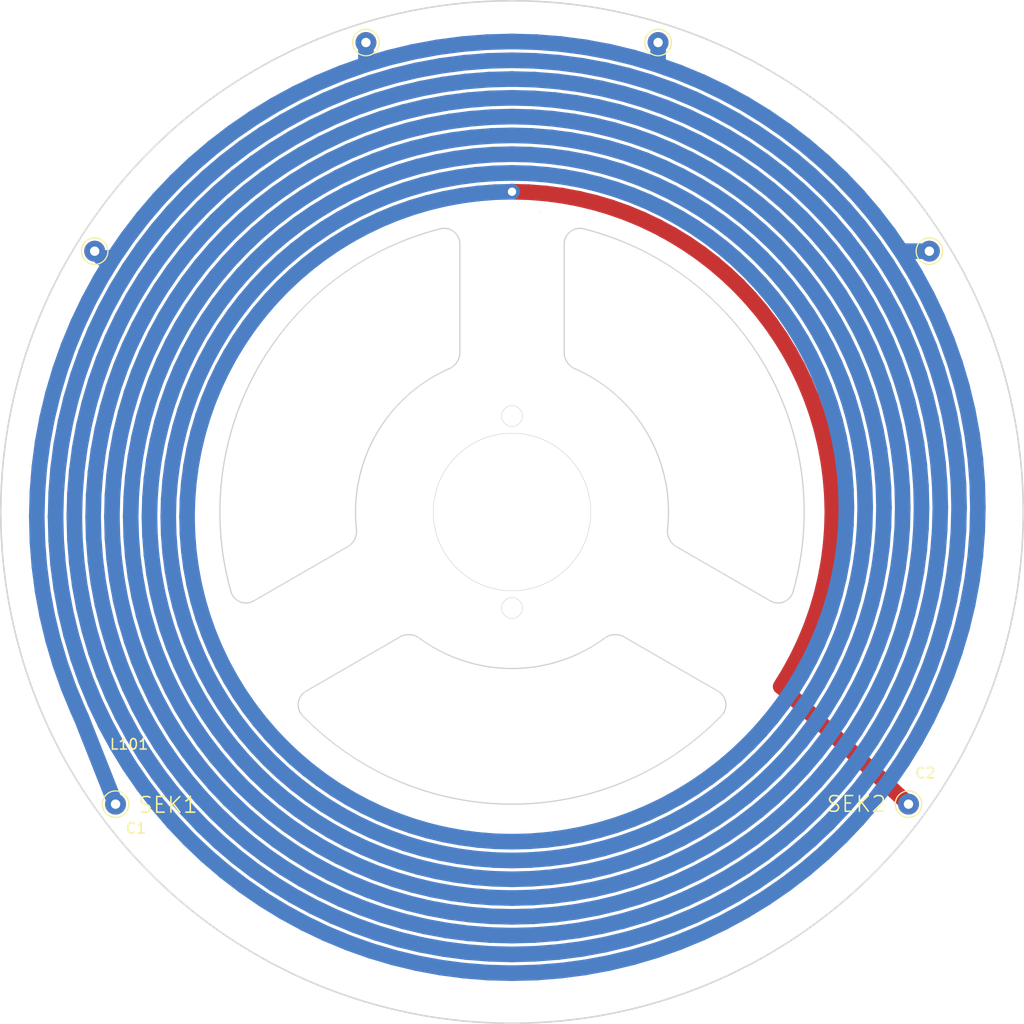
<source format=kicad_pcb>
(kicad_pcb (version 20240108) (generator "pcbnew") (generator_version "8.0")
  (layers (0 "F.Cu" signal) (31 "B.Cu" signal) (34 "B.Paste" user) (35 "F.Paste" user) (36 "B.SilkS" user "B.Silkscreen") (37 "F.SilkS" user "F.Silkscreen") (38 "B.Mask" user) (39 "F.Mask" user) (44 "Edge.Cuts" user))
  (net 0 "")
  (net 1 "Net-(L101-Pad1)")
  (footprint "my_footprints:coil_large" (layer "F.Cu") (at 0 0)
    (property "Reference" "L101")
    (property "Value" "~")
  )
  (gr_line (start 2.7 -28.79) (end 2.7 -28.79) (stroke (width 0.12)) (layer "F.SilkS"))
  (gr_arc (start -20.074 19.5201) (mid -20.484355 18.268221) (end -19.7486 17.1754) (stroke (width 0.12)) (layer "Edge.Cuts"))
  (gr_arc (start 5.909116 -13.78706) (mid 12.990404 -7.500005) (end 14.8945 1.7761) (stroke (width 0.12)) (layer "Edge.Cuts"))
  (gr_arc (start -6.86792 -27.1446) (mid -5.578572 -26.874077) (end -5 -25.6905) (stroke (width 0.12)) (layer "Edge.Cuts"))
  (gr_arc (start -14.894435 1.776092) (mid -12.990347 -7.499972) (end -5.90909 -13.787) (stroke (width 0.12)) (layer "Edge.Cuts"))
  (gr_arc (start 8.98539 12.0109) (mid 0 14.999965) (end -8.98539 12.0109) (stroke (width 0.12)) (layer "Edge.Cuts"))
  (gr_line (start 10.6339 11.913) (end 19.7486 17.1754) (stroke (width 0.12)) (layer "Edge.Cuts"))
  (gr_circle (center 0 0) (end 49 0) (stroke (width 0.15)) (fill none) (layer "Edge.Cuts"))
  (gr_arc (start -24.7486 8.51511) (mid -26.062914 8.605867) (end -26.9419 7.62452) (stroke (width 0.12)) (layer "Edge.Cuts"))
  (gr_line (start 5 -15.1658) (end 5 -25.6905) (stroke (width 0.12)) (layer "Edge.Cuts"))
  (gr_line (start -24.7486 8.51511) (end -15.6339 3.25275) (stroke (width 0.12)) (layer "Edge.Cuts"))
  (gr_circle (center 0 -9.2) (end 1 -9.2) (stroke (width 0.05)) (fill none) (layer "Edge.Cuts"))
  (gr_line (start -19.7486 17.1754) (end -10.6339 11.913) (stroke (width 0.12)) (layer "Edge.Cuts"))
  (gr_line (start -5 -15.1658) (end -5 -25.6905) (stroke (width 0.12)) (layer "Edge.Cuts"))
  (gr_arc (start -5 -15.1658) (mid -5.280496 -14.361644) (end -5.90909 -13.787) (stroke (width 0.12)) (layer "Edge.Cuts"))
  (gr_arc (start -14.8945 1.7761) (mid -15.077799 2.607761) (end -15.6339 3.25275) (stroke (width 0.12)) (layer "Edge.Cuts"))
  (gr_arc (start -26.941871 7.624512) (mid -24.248676 -13.999976) (end -6.86792 -27.144599) (stroke (width 0.12)) (layer "Edge.Cuts"))
  (gr_arc (start 5.90909 -13.787) (mid 5.280496 -14.361644) (end 5 -15.1658) (stroke (width 0.12)) (layer "Edge.Cuts"))
  (gr_arc (start 8.98539 12.0109) (mid 9.797287 11.753855) (end 10.6339 11.913) (stroke (width 0.12)) (layer "Edge.Cuts"))
  (gr_circle (center 0 0) (end 7.55 0) (stroke (width 0.05)) (fill none) (layer "Edge.Cuts"))
  (gr_arc (start 19.7486 17.1754) (mid 20.484355 18.26822) (end 20.074 19.5201) (stroke (width 0.12)) (layer "Edge.Cuts"))
  (gr_arc (start 15.6339 3.25275) (mid 15.077799 2.607761) (end 14.8945 1.7761) (stroke (width 0.12)) (layer "Edge.Cuts"))
  (gr_circle (center 0 9.2) (end 1 9.2) (stroke (width 0.05)) (fill none) (layer "Edge.Cuts"))
  (gr_line (start 15.6339 3.25275) (end 24.7486 8.51511) (stroke (width 0.12)) (layer "Edge.Cuts"))
  (gr_arc (start 6.867927 -27.144628) (mid 24.248701 -13.999991) (end 26.9419 7.62452) (stroke (width 0.12)) (layer "Edge.Cuts"))
  (gr_arc (start 26.9419 7.62452) (mid 26.062914 8.605868) (end 24.7486 8.51511) (stroke (width 0.12)) (layer "Edge.Cuts"))
  (gr_arc (start 20.074 19.5201) (mid 0 27.999996) (end -20.074 19.5201) (stroke (width 0.12)) (layer "Edge.Cuts"))
  (gr_arc (start 5 -25.6905) (mid 5.578572 -26.874077) (end 6.86792 -27.1446) (stroke (width 0.12)) (layer "Edge.Cuts"))
  (gr_arc (start -10.6339 11.913) (mid -9.797287 11.753855) (end -8.98539 12.0109) (stroke (width 0.12)) (layer "Edge.Cuts"))
  (gr_text "SEK2" (at 33.01 27.99 0) (layer "F.SilkS") (effects (font (size 1.5 1.5))))
  (gr_text "SEK1" (at -32.98 28.08 0) (layer "F.SilkS") (effects (font (size 1.5 1.5))))
  (segment (start 0 -30.7) (end 0 -30.7) (width 1.5) (layer "F.Cu") (net 1))
  (segment (start 23.858381 -19.320136) (end 24.836822 -18.045007) (width 1.5) (layer "F.Cu") (net 1))
  (segment (start 11.001896 -28.660919) (end 12.486815 -28.045846) (width 1.5) (layer "F.Cu") (net 1))
  (segment (start 3.209024 -30.531822) (end 4.802538 -30.322032) (width 1.5) (layer "F.Cu") (net 1))
  (segment (start 26.58698 -15.35) (end 27.3539 -13.937508) (width 1.5) (layer "F.Cu") (net 1))
  (segment (start 25.747186 -16.720418) (end 26.58698 -15.35) (width 1.5) (layer "F.Cu") (net 1))
  (segment (start 30.029131 -6.382889) (end 30.322032 -4.802538) (width 1.5) (layer "F.Cu") (net 1))
  (segment (start 28.045846 12.486815) (end 27.3539 13.937508) (width 1.5) (layer "F.Cu") (net 1))
  (segment (start 27.3539 -13.937508) (end 28.045846 -12.486815) (width 1.5) (layer "F.Cu") (net 1))
  (segment (start 13.937508 -27.3539) (end 15.35 -26.58698) (width 1.5) (layer "F.Cu") (net 1))
  (segment (start 28.045846 -12.486815) (end 28.660919 -11.001896) (width 1.5) (layer "F.Cu") (net 1))
  (segment (start 9.486822 -29.197435) (end 11.001896 -28.660919) (width 1.5) (layer "F.Cu") (net 1))
  (segment (start 21.708178 -21.708178) (end 22.814546 -20.54231) (width 1.5) (layer "F.Cu") (net 1))
  (segment (start 1.606714 -30.657927) (end 3.209024 -30.531822) (width 1.5) (layer "F.Cu") (net 1))
  (segment (start 15.35 -26.58698) (end 16.720418 -25.747186) (width 1.5) (layer "F.Cu") (net 1))
  (segment (start 7.945745 -29.653923) (end 9.486822 -29.197435) (width 1.5) (layer "F.Cu") (net 1))
  (segment (start 30.531822 3.209024) (end 30.322032 4.802538) (width 1.5) (layer "F.Cu") (net 1))
  (segment (start 30.029131 6.382889) (end 29.653923 7.945745) (width 1.5) (layer "F.Cu") (net 1))
  (segment (start 18.045007 -24.836822) (end 19.320136 -23.858381) (width 1.5) (layer "F.Cu") (net 1))
  (segment (start 19.320136 -23.858381) (end 20.54231 -22.814546) (width 1.5) (layer "F.Cu") (net 1))
  (segment (start 29.653923 7.945745) (end 29.197435 9.486822) (width 1.5) (layer "F.Cu") (net 1))
  (segment (start 30.531822 -3.209024) (end 30.657927 -1.606714) (width 1.5) (layer "F.Cu") (net 1))
  (segment (start 12.486815 -28.045846) (end 13.937508 -27.3539) (width 1.5) (layer "F.Cu") (net 1))
  (segment (start 30.7 0) (end 30.657927 1.606714) (width 1.5) (layer "F.Cu") (net 1))
  (segment (start 24.836822 -18.045007) (end 25.747186 -16.720418) (width 1.5) (layer "F.Cu") (net 1))
  (segment (start 30.322032 -4.802538) (end 30.531822 -3.209024) (width 1.5) (layer "F.Cu") (net 1))
  (segment (start 29.653923 -7.945745) (end 30.029131 -6.382889) (width 1.5) (layer "F.Cu") (net 1))
  (segment (start 29.197435 9.486822) (end 28.660919 11.001896) (width 1.5) (layer "F.Cu") (net 1))
  (segment (start 29.197435 -9.486822) (end 29.653923 -7.945745) (width 1.5) (layer "F.Cu") (net 1))
  (segment (start 26.58698 15.35) (end 25.747186 16.720418) (width 1.5) (layer "F.Cu") (net 1))
  (segment (start 4.802538 -30.322032) (end 6.382889 -30.029131) (width 1.5) (layer "F.Cu") (net 1))
  (segment (start 22.814546 -20.54231) (end 23.858381 -19.320136) (width 1.5) (layer "F.Cu") (net 1))
  (segment (start 28.660919 -11.001896) (end 29.197435 -9.486822) (width 1.5) (layer "F.Cu") (net 1))
  (segment (start 28.660919 11.001896) (end 28.045846 12.486815) (width 1.5) (layer "F.Cu") (net 1))
  (segment (start 30.657927 -1.606714) (end 30.7 0) (width 1.5) (layer "F.Cu") (net 1))
  (segment (start 6.382889 -30.029131) (end 7.945745 -29.653923) (width 1.5) (layer "F.Cu") (net 1))
  (segment (start 20.54231 -22.814546) (end 21.708178 -21.708178) (width 1.5) (layer "F.Cu") (net 1))
  (segment (start 27.3539 13.937508) (end 26.58698 15.35) (width 1.5) (layer "F.Cu") (net 1))
  (segment (start 16.720418 -25.747186) (end 18.045007 -24.836822) (width 1.5) (layer "F.Cu") (net 1))
  (segment (start 30.657927 1.606714) (end 30.531822 3.209024) (width 1.5) (layer "F.Cu") (net 1))
  (segment (start 0 -30.7) (end 1.606714 -30.657927) (width 1.5) (layer "F.Cu") (net 1))
  (segment (start 30.322032 4.802538) (end 30.029131 6.382889) (width 1.5) (layer "F.Cu") (net 1))
  (segment (start 25.790418 16.720418) (end 38 28) (width 1.5) (layer "F.Cu") (net 1))
  (via (at 0 -30.7) (size 1.5) (drill 0.8) (layers "F.Cu" "B.Cu") (net 1))
  (segment (start -28.070029 -30.724925) (end -26.39999 -32.151273) (width 1.5) (layer "B.Cu") (net 1))
  (segment (start -4.57312 43.960333) (end -6.844008 43.661365) (width 1.5) (layer "B.Cu") (net 1))
  (segment (start -16.475 -28.085537) (end -14.958987 -28.908665) (width 1.5) (layer "B.Cu") (net 1))
  (segment (start -7.599172 -35.301295) (end -5.71768 -35.650009) (width 1.5) (layer "B.Cu") (net 1))
  (segment (start 23.337783 35.487034) (end 21.425 36.659189) (width 1.5) (layer "B.Cu") (net 1))
  (segment (start -45.300471 -4.311271) (end -44.989202 -6.67559) (width 1.5) (layer "B.Cu") (net 1))
  (segment (start 31.874427 -3.800137) (end 32.006077 -2.127367) (width 1.5) (layer "B.Cu") (net 1))
  (segment (start -28.404685 -22.55166) (end -27.161943 -24.006724) (width 1.5) (layer "B.Cu") (net 1))
  (segment (start 31.601697 -12.580755) (end 32.193263 -10.910225) (width 1.5) (layer "B.Cu") (net 1))
  (segment (start -32.544331 -4.704516) (end -32.229963 -6.40069) (width 1.5) (layer "B.Cu") (net 1))
  (segment (start -32.44192 12.903286) (end -33.049214 11.188341) (width 1.5) (layer "B.Cu") (net 1))
  (segment (start 23.854506 26.043113) (end 22.435272 27.255254) (width 1.5) (layer "B.Cu") (net 1))
  (segment (start -36.67885 -15.880476) (end -35.773912 -17.777719) (width 1.5) (layer "B.Cu") (net 1))
  (segment (start 39.04087 12.235148) (end 38.323477 14.261004) (width 1.5) (layer "B.Cu") (net 1))
  (segment (start 28.099155 34.249567) (end 26.244612 35.672609) (width 1.5) (layer "B.Cu") (net 1))
  (segment (start 19.453493 37.72963) (end 17.428665 38.695423) (width 1.5) (layer "B.Cu") (net 1))
  (segment (start -37.51196 -7.523413) (end -37.043255 -9.47571) (width 1.5) (layer "B.Cu") (net 1))
  (segment (start -14 -42.946347) (end -14 -45) (width 1.5) (layer "B.Cu") (net 1))
  (segment (start -39.272626 8.797654) (end -39.655687 6.730844) (width 1.5) (layer "B.Cu") (net 1))
  (segment (start -36.67885 16.780476) (end -37.483254 14.838473) (width 1.5) (layer "B.Cu") (net 1))
  (segment (start 35.211089 -6.026889) (end 35.454706 -4.17644) (width 1.5) (layer "B.Cu") (net 1))
  (segment (start -19.906557 -30.203409) (end -18.275 -31.203229) (width 1.5) (layer "B.Cu") (net 1))
  (segment (start -38.184919 -11.957032) (end -37.483254 -13.938473) (width 1.5) (layer "B.Cu") (net 1))
  (segment (start 31.874427 2.900137) (end 31.655411 4.563725) (width 1.5) (layer "B.Cu") (net 1))
  (segment (start -40.585346 -20.229266) (end -39.447456 -22.324999) (width 1.5) (layer "B.Cu") (net 1))
  (segment (start -38.139915 4.458667) (end -38.297443 2.457084) (width 1.5) (layer "B.Cu") (net 1))
  (segment (start 39.145423 -17.878665) (end 40.003921 -15.806067) (width 1.5) (layer "B.Cu") (net 1))
  (segment (start -42.793958 9.546136) (end -43.211365 7.294008) (width 1.5) (layer "B.Cu") (net 1))
  (segment (start 1.771572 -34.25361) (end 3.538288 -34.114566) (width 1.5) (layer "B.Cu") (net 1))
  (segment (start 23.935565 -24.385565) (end 25.155452 -23.100071) (width 1.5) (layer "B.Cu") (net 1))
  (segment (start 24.700825 -30.952979) (end 26.263376 -29.618434) (width 1.5) (layer "B.Cu") (net 1))
  (segment (start 3.72644 -35.904706) (end 5.576889 -35.661089) (width 1.5) (layer "B.Cu") (net 1))
  (segment (start -31.827256 -8.078088) (end -31.337312 -9.73211) (width 1.5) (layer "B.Cu") (net 1))
  (segment (start 33.282142 12.325817) (end 32.567896 14.050161) (width 1.5) (layer "B.Cu") (net 1))
  (segment (start 21.302495 -26.756391) (end 22.650071 -25.605452) (width 1.5) (layer "B.Cu") (net 1))
  (segment (start 18.838517 25.478995) (end 17.455681 26.429392) (width 1.5) (layer "B.Cu") (net 1))
  (segment (start -17.945856 -27.184195) (end -16.475 -28.085537) (width 1.5) (layer "B.Cu") (net 1))
  (segment (start -12.407032 38.634919) (end -14.388473 37.933254) (width 1.5) (layer "B.Cu") (net 1))
  (segment (start -41.892509 -1.745493) (end -41.720194 -3.934969) (width 1.5) (layer "B.Cu") (net 1))
  (segment (start 28.841456 20.504544) (end 27.705254 21.985272) (width 1.5) (layer "B.Cu") (net 1))
  (segment (start 15.356067 39.553921) (end 13.241378 40.302772) (width 1.5) (layer "B.Cu") (net 1))
  (segment (start 32.432651 18.275) (end 31.408213 19.946732) (width 1.5) (layer "B.Cu") (net 1))
  (segment (start -31.025802 22.991564) (end -32.163016 21.336907) (width 1.5) (layer "B.Cu") (net 1))
  (segment (start 37.446641 -24.768133) (end 38.668034 -22.775) (width 1.5) (layer "B.Cu") (net 1))
  (segment (start -12.407032 -37.734919) (end -10.391585 -38.331922) (width 1.5) (layer "B.Cu") (net 1))
  (segment (start 14.065942 36.193032) (end 12.128917 36.878968) (width 1.5) (layer "B.Cu") (net 1))
  (segment (start 17.428665 38.695423) (end 15.356067 39.553921) (width 1.5) (layer "B.Cu") (net 1))
  (segment (start -30.101323 13.851972) (end -30.761475 12.258224) (width 1.5) (layer "B.Cu") (net 1))
  (segment (start -4.196818 -39.480054) (end -2.101289 -39.644976) (width 1.5) (layer "B.Cu") (net 1))
  (segment (start 19.625 -34.441497) (end 21.377082 -33.36782) (width 1.5) (layer "B.Cu") (net 1))
  (segment (start -6.476449 30.919298) (end -8.062213 30.538589) (width 1.5) (layer "B.Cu") (net 1))
  (segment (start -2.101289 40.544976) (end -4.196818 40.380054) (width 1.5) (layer "B.Cu") (net 1))
  (segment (start -20.425538 28.563341) (end -21.868884 27.455822) (width 1.5) (layer "B.Cu") (net 1))
  (segment (start 28.388999 -18.886031) (end 29.31496 -17.375) (width 1.5) (layer "B.Cu") (net 1))
  (segment (start -11.323333 42.709255) (end -13.519494 42.058723) (width 1.5) (layer "B.Cu") (net 1))
  (segment (start -19.175 -32.762074) (end -17.410536 -33.7201) (width 1.5) (layer "B.Cu") (net 1))
  (segment (start -18.227719 36.223912) (end -20.075 35.22092) (width 1.5) (layer "B.Cu") (net 1))
  (segment (start -43.320623 14.525724) (end -43.99792 12.239207) (width 1.5) (layer "B.Cu") (net 1))
  (segment (start -17.794728 -39.517614) (end -15.678598 -40.394144) (width 1.5) (layer "B.Cu") (net 1))
  (segment (start -41.611994 18.976853) (end -42.524587 16.773659) (width 1.5) (layer "B.Cu") (net 1))
  (segment (start -41.033292 -8.271895) (end -40.520588 -10.407459) (width 1.5) (layer "B.Cu") (net 1))
  (segment (start 30.506095 27.017811) (end 29.026733 28.576733) (width 1.5) (layer "B.Cu") (net 1))
  (segment (start -29.143802 -18.476206) (end -28.113341 -19.975538) (width 1.5) (layer "B.Cu") (net 1))
  (segment (start -39.358307 -24.358307) (end -40 -25) (width 1.5) (layer "B.Cu") (net 1))
  (segment (start 33.664566 3.088288) (end 33.43325 4.845307) (width 1.5) (layer "B.Cu") (net 1))
  (segment (start 32.91782 -21.827082) (end 33.991497 -20.075) (width 1.5) (layer "B.Cu") (net 1))
  (segment (start 9.903995 30.031361) (end 8.29515 30.507923) (width 1.5) (layer "B.Cu") (net 1))
  (segment (start -6.844008 43.661365) (end -9.096136 43.243958) (width 1.5) (layer "B.Cu") (net 1))
  (segment (start -2.195493 -41.442509) (end 0 -41.5) (width 1.5) (layer "B.Cu") (net 1))
  (segment (start 31.349631 -7.11357) (end 31.655411 -5.463725) (width 1.5) (layer "B.Cu") (net 1))
  (segment (start -8.993962 34.015922) (end -10.738341 33.499214) (width 1.5) (layer "B.Cu") (net 1))
  (segment (start -32.229963 7.30069) (end -32.544331 5.604516) (width 1.5) (layer "B.Cu") (net 1))
  (segment (start -32.769496 -2.994213) (end -32.544331 -4.704516) (width 1.5) (layer "B.Cu") (net 1))
  (segment (start -39.655687 -5.830844) (end -39.272626 -7.897654) (width 1.5) (layer "B.Cu") (net 1))
  (segment (start -35.751295 -7.149172) (end -35.304589 -9.009836) (width 1.5) (layer "B.Cu") (net 1))
  (segment (start 37.446641 -24.768133) (end 37.678508 -25) (width 1.5) (layer "B.Cu") (net 1))
  (segment (start -38.35 0.45) (end -38.297443 -1.557084) (width 1.5) (layer "B.Cu") (net 1))
  (segment (start 24.700825 30.052979) (end 23.070571 31.303917) (width 1.5) (layer "B.Cu") (net 1))
  (segment (start 12.775817 -33.732142) (end 14.500161 -33.017896) (width 1.5) (layer "B.Cu") (net 1))
  (segment (start -1.72447 -32.454843) (end 0 -32.5) (width 1.5) (layer "B.Cu") (net 1))
  (segment (start -11.789207 -43.54792) (end -9.470377 -44.104622) (width 1.5) (layer "B.Cu") (net 1))
  (segment (start -11.163162 29.53103) (end -12.669846 28.906941) (width 1.5) (layer "B.Cu") (net 1))
  (segment (start 31.572318 -32.022318) (end 33.181416 -30.326682) (width 1.5) (layer "B.Cu") (net 1))
  (segment (start 13.797609 -42.914673) (end 14 -43.117064) (width 1.5) (layer "B.Cu") (net 1))
  (segment (start 13.797609 42.014673) (end 11.55627 42.678588) (width 1.5) (layer "B.Cu") (net 1))
  (segment (start 16.001129 -42.134366) (end 18.160791 -41.239805) (width 1.5) (layer "B.Cu") (net 1))
  (segment (start -40.844144 -15.228598) (end -39.967614 -17.344728) (width 1.5) (layer "B.Cu") (net 1))
  (segment (start -12.963263 -39.446821) (end -10.857459 -40.070588) (width 1.5) (layer "B.Cu") (net 1))
  (segment (start 9.692773 35.723922) (end 7.786293 36.181628) (width 1.5) (layer "B.Cu") (net 1))
  (segment (start -3.256062 -30.529357) (end -1.630265 -30.65731) (width 1.5) (layer "B.Cu") (net 1))
  (segment (start 22.012558 -30.747686) (end 23.568049 -29.554116) (width 1.5) (layer "B.Cu") (net 1))
  (segment (start -41.433526 7.012426) (end -41.720194 4.834969) (width 1.5) (layer "B.Cu") (net 1))
  (segment (start -20.075 -34.32092) (end -18.227719 -35.323912) (width 1.5) (layer "B.Cu") (net 1))
  (segment (start -31.10731 2.080265) (end -31.15 0.45) (width 1.5) (layer "B.Cu") (net 1))
  (segment (start -44.989202 7.57559) (end -45.300471 5.211271) (width 1.5) (layer "B.Cu") (net 1))
  (segment (start 1.865777 35.151143) (end 0 35.2) (width 1.5) (layer "B.Cu") (net 1))
  (segment (start -24.571961 25.021961) (end -25.824283 23.702289) (width 1.5) (layer "B.Cu") (net 1))
  (segment (start -14.141804 -27.304853) (end -12.669846 -28.006941) (width 1.5) (layer "B.Cu") (net 1))
  (segment (start -25.844753 26.294753) (end -27.161943 24.906724) (width 1.5) (layer "B.Cu") (net 1))
  (segment (start -16.475 28.985537) (end -17.945856 28.084195) (width 1.5) (layer "B.Cu") (net 1))
  (segment (start -23.299168 -22.849168) (end -22.047853 -24.036622) (width 1.5) (layer "B.Cu") (net 1))
  (segment (start -38.781922 10.841585) (end -39.272626 8.797654) (width 1.5) (layer "B.Cu") (net 1))
  (segment (start -45.487574 -1.933903) (end -45.300471 -4.311271) (width 1.5) (layer "B.Cu") (net 1))
  (segment (start 19.416382 -30.348606) (end 20.954544 -29.291456) (width 1.5) (layer "B.Cu") (net 1))
  (segment (start 21.302495 25.856391) (end 19.896531 26.935225) (width 1.5) (layer "B.Cu") (net 1))
  (segment (start 11.55627 42.678588) (end 9.283257 43.22429) (width 1.5) (layer "B.Cu") (net 1))
  (segment (start -40.094976 2.551289) (end -40.15 0.45) (width 1.5) (layer "B.Cu") (net 1))
  (segment (start -28.390337 28.840337) (end -29.837265 27.315594) (width 1.5) (layer "B.Cu") (net 1))
  (segment (start -5.154516 32.994331) (end -6.85069 32.679963) (width 1.5) (layer "B.Cu") (net 1))
  (segment (start -26.65711 19.817524) (end -27.634195 18.395856) (width 1.5) (layer "B.Cu") (net 1))
  (segment (start 35.937034 -23.787783) (end 37.109189 -21.875) (width 1.5) (layer "B.Cu") (net 1))
  (segment (start 17.825 30.423806) (end 16.184761 31.314383) (width 1.5) (layer "B.Cu") (net 1))
  (segment (start -9.096136 -42.343958) (end -6.844008 -42.761365) (width 1.5) (layer "B.Cu") (net 1))
  (segment (start 34.427427 21.907432) (end 33.210148 23.678585) (width 1.5) (layer "B.Cu") (net 1))
  (segment (start 2.3368 44.138809) (end 0 44.2) (width 1.5) (layer "B.Cu") (net 1))
  (segment (start -37.043255 10.37571) (end -37.51196 8.423413) (width 1.5) (layer "B.Cu") (net 1))
  (segment (start -8.721895 -40.583292) (end -6.562426 -40.983526) (width 1.5) (layer "B.Cu") (net 1))
  (segment (start 20.169719 24.457528) (end 18.838517 25.478995) (width 1.5) (layer "B.Cu") (net 1))
  (segment (start 31.601697 11.680755) (end 30.923514 13.318035) (width 1.5) (layer "B.Cu") (net 1))
  (segment (start 31.843756 28.222246) (end 30.299526 29.849526) (width 1.5) (layer "B.Cu") (net 1))
  (segment (start -16.323659 -42.074587) (end -14.075724 -42.870623) (width 1.5) (layer "B.Cu") (net 1))
  (segment (start -36.473017 -11.400802) (end -35.802809 -13.293411) (width 1.5) (layer "B.Cu") (net 1))
  (segment (start 0 33.4) (end -1.72447 33.354843) (width 1.5) (layer "B.Cu") (net 1))
  (segment (start -7.12559 -44.539202) (end -4.761271 -44.850471) (width 1.5) (layer "B.Cu") (net 1))
  (segment (start -32.601273 26.84999) (end -33.938263 25.107591) (width 1.5) (layer "B.Cu") (net 1))
  (segment (start -14.134098 -31.295705) (end -12.453286 -31.99192) (width 1.5) (layer "B.Cu") (net 1))
  (segment (start 33.368194 -17.451944) (end 34.212277 -15.682287) (width 1.5) (layer "B.Cu") (net 1))
  (segment (start 11.572686 -36.067067) (end 13.42088 -35.412587) (width 1.5) (layer "B.Cu") (net 1))
  (segment (start -35.18223 -22.397608) (end -33.938263 -24.207591) (width 1.5) (layer "B.Cu") (net 1))
  (segment (start 33.664566 -3.988288) (end 33.80361 -2.221572) (width 1.5) (layer "B.Cu") (net 1))
  (segment (start 39.196209 -2.504186) (end 39.25 -0.45) (width 1.5) (layer "B.Cu") (net 1))
  (segment (start 18.436031 -28.838999) (end 19.896531 -27.835225) (width 1.5) (layer "B.Cu") (net 1))
  (segment (start 27.830774 -25.508941) (end 29.104116 -24.018049) (width 1.5) (layer "B.Cu") (net 1))
  (segment (start 33.80361 1.321572) (end 33.664566 3.088288) (width 1.5) (layer "B.Cu") (net 1))
  (segment (start -16.593353 -32.116288) (end -14.866224 -32.940086) (width 1.5) (layer "B.Cu") (net 1))
  (segment (start 9.226899 -34.885256) (end 11.016456 -34.355165) (width 1.5) (layer "B.Cu") (net 1))
  (segment (start 0 -37.9) (end 1.959982 -37.848676) (width 1.5) (layer "B.Cu") (net 1))
  (segment (start 41.684366 15.551129) (end 40.789805 17.710791) (width 1.5) (layer "B.Cu") (net 1))
  (segment (start 14.550396 -29.006759) (end 16.025 -28.206114) (width 1.5) (layer "B.Cu") (net 1))
  (segment (start 20.396732 -31.858213) (end 22.012558 -30.747686) (width 1.5) (layer "B.Cu") (net 1))
  (segment (start -15.033535 39.613699) (end -17.062602 38.773232) (width 1.5) (layer "B.Cu") (net 1))
  (segment (start -9.625879 -29.17541) (end -8.062213 -29.638589) (width 1.5) (layer "B.Cu") (net 1))
  (segment (start 34.212277 -15.682287) (end 34.962587 -13.87088) (width 1.5) (layer "B.Cu") (net 1))
  (segment (start 6.984799 43.650284) (end 4.667196 43.955403) (width 1.5) (layer "B.Cu") (net 1))
  (segment (start -19.367524 -26.20711) (end -17.945856 -27.184195) (width 1.5) (layer "B.Cu") (net 1))
  (segment (start 42.464673 -14.247609) (end 43.128588 -12.00627) (width 1.5) (layer "B.Cu") (net 1))
  (segment (start -18.926206 29.593802) (end -20.425538 28.563341) (width 1.5) (layer "B.Cu") (net 1))
  (segment (start -33.672623 -21.417257) (end -32.482032 -23.149578) (width 1.5) (layer "B.Cu") (net 1))
  (segment (start 25.208357 -25.658357) (end 26.493113 -24.304506) (width 1.5) (layer "B.Cu") (net 1))
  (segment (start -5.71768 36.550009) (end -7.599172 36.201295) (width 1.5) (layer "B.Cu") (net 1))
  (segment (start -22.026376 22.476376) (end -23.148961 21.293418) (width 1.5) (layer "B.Cu") (net 1))
  (segment (start -2.195493 42.342509) (end -4.384969 42.170194) (width 1.5) (layer "B.Cu") (net 1))
  (segment (start 17.001944 32.918194) (end 15.232287 33.762277) (width 1.5) (layer "B.Cu") (net 1))
  (segment (start 15.367578 29.710571) (end 13.768035 30.473514) (width 1.5) (layer "B.Cu") (net 1))
  (segment (start -36.329766 -20.525) (end -35.18223 -22.397608) (width 1.5) (layer "B.Cu") (net 1))
  (segment (start 36.173922 -10.142773) (end 36.631628 -8.236293) (width 1.5) (layer "B.Cu") (net 1))
  (segment (start 35.550343 20.075) (end 34.427427 21.907432) (width 1.5) (layer "B.Cu") (net 1))
  (segment (start 12.130755 31.151697) (end 10.460225 31.743263) (width 1.5) (layer "B.Cu") (net 1))
  (segment (start -43.510333 -4.12312) (end -43.211365 -6.394008) (width 1.5) (layer "B.Cu") (net 1))
  (segment (start 22.662772 -23.112772) (end 23.817792 -21.895636) (width 1.5) (layer "B.Cu") (net 1))
  (segment (start -30.653409 -19.456557) (end -29.569571 -21.033551) (width 1.5) (layer "B.Cu") (net 1))
  (segment (start 12.130755 -32.051697) (end 13.768035 -31.373514) (width 1.5) (layer "B.Cu") (net 1))
  (segment (start -27.005822 22.318884) (end -28.113341 20.875538) (width 1.5) (layer "B.Cu") (net 1))
  (segment (start 42.85 -0.45) (end 42.791276 1.792596) (width 1.5) (layer "B.Cu") (net 1))
  (segment (start -33.672623 22.317257) (end -34.77092 20.525) (width 1.5) (layer "B.Cu") (net 1))
  (segment (start 29.31496 -17.375) (end 30.160571 -15.817578) (width 1.5) (layer "B.Cu") (net 1))
  (segment (start -41.433526 -6.112426) (end -41.033292 -8.271895) (width 1.5) (layer "B.Cu") (net 1))
  (segment (start -32.482032 24.049578) (end -33.672623 22.317257) (width 1.5) (layer "B.Cu") (net 1))
  (segment (start 25.928995 18.388517) (end 24.907528 19.719719) (width 1.5) (layer "B.Cu") (net 1))
  (segment (start -3.632364 35.009636) (end -5.436098 34.77217) (width 1.5) (layer "B.Cu") (net 1))
  (segment (start -30.469298 -6.026449) (end -30.088589 -7.612213) (width 1.5) (layer "B.Cu") (net 1))
  (segment (start -16.965506 -25.674588) (end -15.575 -26.526691) (width 1.5) (layer "B.Cu") (net 1))
  (segment (start 27.385225 -20.346531) (end 28.388999 -18.886031) (width 1.5) (layer "B.Cu") (net 1))
  (segment (start -10.738341 -32.599214) (end -8.993962 -33.115922) (width 1.5) (layer "B.Cu") (net 1))
  (segment (start 5.576889 -35.661089) (end 7.412052 -35.320962) (width 1.5) (layer "B.Cu") (net 1))
  (segment (start -38.201443 -24.358307) (end -36.850723 -26.323617) (width 1.5) (layer "B.Cu") (net 1))
  (segment (start 29.279132 -13.485909) (end 29.921253 -11.935693) (width 1.5) (layer "B.Cu") (net 1))
  (segment (start 24.907528 19.719719) (end 23.817792 20.995636) (width 1.5) (layer "B.Cu") (net 1))
  (segment (start 33.80361 -2.221572) (end 33.85 -0.45) (width 1.5) (layer "B.Cu") (net 1))
  (segment (start -23.252289 26.274283) (end -24.571961 25.021961) (width 1.5) (layer "B.Cu") (net 1))
  (segment (start -8.347654 39.722626) (end -10.391585 39.231922) (width 1.5) (layer "B.Cu") (net 1))
  (segment (start -41.95 0.45) (end -41.892509 -1.745493) (width 1.5) (layer "B.Cu") (net 1))
  (segment (start -16.593353 33.016288) (end -18.275 32.103229) (width 1.5) (layer "B.Cu") (net 1))
  (segment (start 21.445636 -24.267792) (end 22.662772 -23.112772) (width 1.5) (layer "B.Cu") (net 1))
  (segment (start -34.559636 4.082364) (end -34.702376 2.268674) (width 1.5) (layer "B.Cu") (net 1))
  (segment (start 13.035909 -29.729132) (end 14.550396 -29.006759) (width 1.5) (layer "B.Cu") (net 1))
  (segment (start 3.72644 35.004706) (end 1.865777 35.151143) (width 1.5) (layer "B.Cu") (net 1))
  (segment (start 34.666378 -25.636598) (end 35.937034 -23.787783) (width 1.5) (layer "B.Cu") (net 1))
  (segment (start 42.322445 -7.153217) (end 42.615263 -4.929045) (width 1.5) (layer "B.Cu") (net 1))
  (segment (start -8.528088 32.277256) (end -10.18211 31.787312) (width 1.5) (layer "B.Cu") (net 1))
  (segment (start -44.989202 -6.67559) (end -44.554622 -9.020377) (width 1.5) (layer "B.Cu") (net 1))
  (segment (start -33.390086 15.316224) (end -34.122365 13.548349) (width 1.5) (layer "B.Cu") (net 1))
  (segment (start -13.743411 -35.352809) (end -11.850802 -36.023017) (width 1.5) (layer "B.Cu") (net 1))
  (segment (start 40.825124 -4.740893) (end 40.993742 -2.598391) (width 1.5) (layer "B.Cu") (net 1))
  (segment (start 36.575818 18.18631) (end 35.550343 20.075) (width 1.5) (layer "B.Cu") (net 1))
  (segment (start -14.388473 37.933254) (end -16.330476 37.12885) (width 1.5) (layer "B.Cu") (net 1))
  (segment (start 24.318133 -37.896641) (end 26.244612 -36.572609) (width 1.5) (layer "B.Cu") (net 1))
  (segment (start -34.77092 20.525) (end -35.773912 18.677719) (width 1.5) (layer "B.Cu") (net 1))
  (segment (start 22.650071 -25.605452) (end 23.935565 -24.385565) (width 1.5) (layer "B.Cu") (net 1))
  (segment (start 30.160571 -15.817578) (end 30.923514 -14.218035) (width 1.5) (layer "B.Cu") (net 1))
  (segment (start 37.244845 3.464591) (end 36.988928 5.408471) (width 1.5) (layer "B.Cu") (net 1))
  (segment (start -2.289698 -43.240042) (end 0 -43.3) (width 1.5) (layer "B.Cu") (net 1))
  (segment (start -18.275 32.103229) (end -19.906557 31.103409) (width 1.5) (layer "B.Cu") (net 1))
  (segment (start -36.100009 6.16768) (end -36.349775 4.270515) (width 1.5) (layer "B.Cu") (net 1))
  (segment (start -36.349775 -3.370515) (end -36.100009 -5.26768) (width 1.5) (layer "B.Cu") (net 1))
  (segment (start -29.803548 24.584437) (end -31.025802 22.991564) (width 1.5) (layer "B.Cu") (net 1))
  (segment (start 10.460225 -32.643263) (end 12.130755 -32.051697) (width 1.5) (layer "B.Cu") (net 1))
  (segment (start -8.347654 -38.822626) (end -6.280844 -39.205687) (width 1.5) (layer "B.Cu") (net 1))
  (segment (start -22.541564 31.475802) (end -24.134437 30.253548) (width 1.5) (layer "B.Cu") (net 1))
  (segment (start -17.410536 -33.7201) (end -15.59835 -34.584468) (width 1.5) (layer "B.Cu") (net 1))
  (segment (start -28.390337 -27.940337) (end -26.865594 -29.387265) (width 1.5) (layer "B.Cu") (net 1))
  (segment (start 37.45 -0.45) (end 37.398676 1.509982) (width 1.5) (layer "B.Cu") (net 1))
  (segment (start -21.868884 27.455822) (end -23.252289 26.274283) (width 1.5) (layer "B.Cu") (net 1))
  (segment (start -39.447456 -22.324999) (end -38.201443 -24.358307) (width 1.5) (layer "B.Cu") (net 1))
  (segment (start -27.754853 -13.691804) (end -26.976691 -15.125) (width 1.5) (layer "B.Cu") (net 1))
  (segment (start -17.375 30.544383) (end -18.926206 29.593802) (width 1.5) (layer "B.Cu") (net 1))
  (segment (start 24.318133 36.996641) (end 22.325 38.218034) (width 1.5) (layer "B.Cu") (net 1))
  (segment (start -25.824283 23.702289) (end -27.005822 22.318884) (width 1.5) (layer "B.Cu") (net 1))
  (segment (start 12.128917 -37.778968) (end 14.065942 -37.093032) (width 1.5) (layer "B.Cu") (net 1))
  (segment (start 30.297686 -22.462558) (end 31.408213 -20.846732) (width 1.5) (layer "B.Cu") (net 1))
  (segment (start 33.43325 4.845307) (end 33.110296 6.587811) (width 1.5) (layer "B.Cu") (net 1))
  (segment (start -32.482032 -23.149578) (end -31.20241 -24.817214) (width 1.5) (layer "B.Cu") (net 1))
  (segment (start 8.761025 32.246589) (end 7.037811 32.660296) (width 1.5) (layer "B.Cu") (net 1))
  (segment (start 39.651255 -11.074522) (end 40.152959 -8.984775) (width 1.5) (layer "B.Cu") (net 1))
  (segment (start -39.967614 -17.344728) (end -38.981535 -19.412084) (width 1.5) (layer "B.Cu") (net 1))
  (segment (start 39.25 -0.45) (end 39.196209 1.604186) (width 1.5) (layer "B.Cu") (net 1))
  (segment (start 5.013725 -32.105411) (end 6.66357 -31.799631) (width 1.5) (layer "B.Cu") (net 1))
  (segment (start 19.416382 29.448606) (end 17.825 30.423806) (width 1.5) (layer "B.Cu") (net 1))
  (segment (start 11.485693 29.471253) (end 9.903995 30.031361) (width 1.5) (layer "B.Cu") (net 1))
  (segment (start 44.405403 -5.117196) (end 44.588809 -2.7868) (width 1.5) (layer "B.Cu") (net 1))
  (segment (start -24.456724 27.611943) (end -25.844753 26.294753) (width 1.5) (layer "B.Cu") (net 1))
  (segment (start -34.122365 13.548349) (end -34.761116 11.744571) (width 1.5) (layer "B.Cu") (net 1))
  (segment (start 33.110296 -7.487811) (end 33.43325 -5.745307) (width 1.5) (layer "B.Cu") (net 1))
  (segment (start 32.432651 -19.175) (end 33.368194 -17.451944) (width 1.5) (layer "B.Cu") (net 1))
  (segment (start -29.569571 -21.033551) (end -28.404685 -22.55166) (width 1.5) (layer "B.Cu") (net 1))
  (segment (start -17.062602 38.773232) (end -19.044901 37.827724) (width 1.5) (layer "B.Cu") (net 1))
  (segment (start -31.15 0.45) (end -31.10731 -1.180265) (width 1.5) (layer "B.Cu") (net 1))
  (segment (start -39.967614 18.244728) (end -40.844144 16.128598) (width 1.5) (layer "B.Cu") (net 1))
  (segment (start -5.999262 -37.427848) (end -4.008667 -37.689915) (width 1.5) (layer "B.Cu") (net 1))
  (segment (start -30.478898 -33.400246) (end -28.665543 -34.948997) (width 1.5) (layer "B.Cu") (net 1))
  (segment (start 32.05 -0.45) (end 32.006077 1.227367) (width 1.5) (layer "B.Cu") (net 1))
  (segment (start 14.550396 28.106759) (end 13.035909 28.829132) (width 1.5) (layer "B.Cu") (net 1))
  (segment (start -43.510333 5.02312) (end -43.690042 2.739698) (width 1.5) (layer "B.Cu") (net 1))
  (segment (start -29.837265 -26.415594) (end -28.390337 -27.940337) (width 1.5) (layer "B.Cu") (net 1))
  (segment (start 11.55627 -43.578588) (end 13.797609 -42.914673) (width 1.5) (layer "B.Cu") (net 1))
  (segment (start -22.047853 24.936622) (end -23.299168 23.749168) (width 1.5) (layer "B.Cu") (net 1))
  (segment (start -19.044901 -36.927724) (end -17.062602 -37.873232) (width 1.5) (layer "B.Cu") (net 1))
  (segment (start -29.143802 19.376206) (end -30.094383 17.825) (width 1.5) (layer "B.Cu") (net 1))
  (segment (start -1.912879 36.949909) (end -3.820515 36.799775) (width 1.5) (layer "B.Cu") (net 1))
  (segment (start -35.751295 8.049172) (end -36.100009 6.16768) (width 1.5) (layer "B.Cu") (net 1))
  (segment (start -4.761271 -44.850471) (end -2.383903 -45.037574) (width 1.5) (layer "B.Cu") (net 1))
  (segment (start -3.820515 36.799775) (end -5.71768 36.550009) (width 1.5) (layer "B.Cu") (net 1))
  (segment (start -25.844753 -25.394753) (end -24.456724 -26.711943) (width 1.5) (layer "B.Cu") (net 1))
  (segment (start 26.263376 -29.618434) (end 27.753941 -28.203941) (width 1.5) (layer "B.Cu") (net 1))
  (segment (start 10.624522 39.201255) (end 8.534775 39.702959) (width 1.5) (layer "B.Cu") (net 1))
  (segment (start -43.99792 -11.339207) (end -43.320623 -13.625724) (width 1.5) (layer "B.Cu") (net 1))
  (segment (start -30.653409 20.356557) (end -31.653229 18.725) (width 1.5) (layer "B.Cu") (net 1))
  (segment (start 8.909016 -42.363625) (end 11.090396 -41.839922) (width 1.5) (layer "B.Cu") (net 1))
  (segment (start 8.761025 -33.146589) (end 10.460225 -32.643263) (width 1.5) (layer "B.Cu") (net 1))
  (segment (start 33.210148 23.678585) (end 31.901842 25.383602) (width 1.5) (layer "B.Cu") (net 1))
  (segment (start -17.945856 28.084195) (end -19.367524 27.10711) (width 1.5) (layer "B.Cu") (net 1))
  (segment (start 33.282142 -13.225817) (end 33.905165 -11.466456) (width 1.5) (layer "B.Cu") (net 1))
  (segment (start -5.436098 34.77217) (end -7.224931 34.440629) (width 1.5) (layer "B.Cu") (net 1))
  (segment (start 2.148391 -41.443742) (end 4.290893 -41.275124) (width 1.5) (layer "B.Cu") (net 1))
  (segment (start -34.77092 -19.625) (end -33.672623 -21.417257) (width 1.5) (layer "B.Cu") (net 1))
  (segment (start -35.304589 -9.009836) (end -34.761116 -10.844571) (width 1.5) (layer "B.Cu") (net 1))
  (segment (start -41.2823 19.7003) (end -41.611994 18.976853) (width 1.5) (layer "B.Cu") (net 1))
  (segment (start 31.753917 22.620571) (end 30.502979 24.250825) (width 1.5) (layer "B.Cu") (net 1))
  (segment (start -26.976691 16.025) (end -27.754853 14.591804) (width 1.5) (layer "B.Cu") (net 1))
  (segment (start -39.272626 -7.897654) (end -38.781922 -9.941585) (width 1.5) (layer "B.Cu") (net 1))
  (segment (start 17.825 -31.323806) (end 19.416382 -30.348606) (width 1.5) (layer "B.Cu") (net 1))
  (segment (start 42.791276 1.792596) (end 42.615263 4.029045) (width 1.5) (layer "B.Cu") (net 1))
  (segment (start 39.145423 16.978665) (end 38.17963 19.003493) (width 1.5) (layer "B.Cu") (net 1))
  (segment (start -19.906557 31.103409) (end -21.483551 30.019571) (width 1.5) (layer "B.Cu") (net 1))
  (segment (start 28.388999 17.986031) (end 27.385225 19.446531) (width 1.5) (layer "B.Cu") (net 1))
  (segment (start 31.572318 31.122318) (end 29.876682 32.731416) (width 1.5) (layer "B.Cu") (net 1))
  (segment (start -30.094383 17.825) (end -30.962477 16.22617) (width 1.5) (layer "B.Cu") (net 1))
  (segment (start -5.154516 -32.094331) (end -3.444213 -32.319496) (width 1.5) (layer "B.Cu") (net 1))
  (segment (start -41.033292 9.171895) (end -41.433526 7.012426) (width 1.5) (layer "B.Cu") (net 1))
  (segment (start -25.606959 21.186107) (end -26.65711 19.817524) (width 1.5) (layer "B.Cu") (net 1))
  (segment (start -38.781922 -9.941585) (end -38.184919 -11.957032) (width 1.5) (layer "B.Cu") (net 1))
  (segment (start 35.601143 1.415777) (end 35.454706 3.27644) (width 1.5) (layer "B.Cu") (net 1))
  (segment (start 31.349631 6.21357) (end 30.957923 7.84515) (width 1.5) (layer "B.Cu") (net 1))
  (segment (start 41.389922 10.640396) (end 40.752772 12.791378) (width 1.5) (layer "B.Cu") (net 1))
  (segment (start 1.677367 31.556077) (end 0 31.6) (width 1.5) (layer "B.Cu") (net 1))
  (segment (start -25.267214 -30.75241) (end -23.599578 -32.032032) (width 1.5) (layer "B.Cu") (net 1))
  (segment (start -12.669846 28.906941) (end -14.141804 28.204853) (width 1.5) (layer "B.Cu") (net 1))
  (segment (start -22.847608 -34.73223) (end -20.975 -35.879766) (width 1.5) (layer "B.Cu") (net 1))
  (segment (start 29.104116 -24.018049) (end 30.297686 -22.462558) (width 1.5) (layer "B.Cu") (net 1))
  (segment (start -38.139915 -3.558667) (end -37.877848 -5.549262) (width 1.5) (layer "B.Cu") (net 1))
  (segment (start 38.17963 19.003493) (end 37.109189 20.975) (width 1.5) (layer "B.Cu") (net 1))
  (segment (start 37.398676 -2.409982) (end 37.45 -0.45) (width 1.5) (layer "B.Cu") (net 1))
  (segment (start -32.566288 -16.143353) (end -31.653229 -17.825) (width 1.5) (layer "B.Cu") (net 1))
  (segment (start -28.535537 -16.025) (end -27.634195 -17.495856) (width 1.5) (layer "B.Cu") (net 1))
  (segment (start 28.099155 -35.149567) (end 29.876682 -33.631416) (width 1.5) (layer "B.Cu") (net 1))
  (segment (start -23.00166 28.854685) (end -24.456724 27.611943) (width 1.5) (layer "B.Cu") (net 1))
  (segment (start 37.678508 -25) (end 40 -25) (width 1.5) (layer "B.Cu") (net 1))
  (segment (start -1.630265 31.55731) (end -3.256062 31.429357) (width 1.5) (layer "B.Cu") (net 1))
  (segment (start 37.398676 1.509982) (end 37.244845 3.464591) (width 1.5) (layer "B.Cu") (net 1))
  (segment (start 4.667196 43.955403) (end 2.3368 44.138809) (width 1.5) (layer "B.Cu") (net 1))
  (segment (start 2.148391 40.543742) (end 0 40.6) (width 1.5) (layer "B.Cu") (net 1))
  (segment (start -26.124588 -16.515506) (end -25.200879 -17.859511) (width 1.5) (layer "B.Cu") (net 1))
  (segment (start -26.865594 -29.387265) (end -25.267214 -30.75241) (width 1.5) (layer "B.Cu") (net 1))
  (segment (start 39.034984 3.652742) (end 38.766767 5.690053) (width 1.5) (layer "B.Cu") (net 1))
  (segment (start -4.872934 31.216492) (end -6.476449 30.919298) (width 1.5) (layer "B.Cu") (net 1))
  (segment (start -23.599578 32.932032) (end -25.267214 31.65241) (width 1.5) (layer "B.Cu") (net 1))
  (segment (start -12.453286 -31.99192) (end -10.738341 -32.599214) (width 1.5) (layer "B.Cu") (net 1))
  (segment (start 15.964413 35.406659) (end 14.065942 36.193032) (width 1.5) (layer "B.Cu") (net 1))
  (segment (start -42.259255 11.773333) (end -42.793958 9.546136) (width 1.5) (layer "B.Cu") (net 1))
  (segment (start -45.487574 2.833903) (end -45.549998 0.45) (width 1.5) (layer "B.Cu") (net 1))
  (segment (start -20.425538 -27.663341) (end -18.926206 -28.693802) (width 1.5) (layer "B.Cu") (net 1))
  (segment (start 35.617067 11.122686) (end 34.962587 12.97088) (width 1.5) (layer "B.Cu") (net 1))
  (segment (start 41.913625 -9.359016) (end 42.322445 -7.153217) (width 1.5) (layer "B.Cu") (net 1))
  (segment (start -16.330476 -36.22885) (end -14.388473 -37.033254) (width 1.5) (layer "B.Cu") (net 1))
  (segment (start 19.896531 -27.835225) (end 21.302495 -26.756391) (width 1.5) (layer "B.Cu") (net 1))
  (segment (start -1.72447 33.354843) (end -3.444213 33.219496) (width 1.5) (layer "B.Cu") (net 1))
  (segment (start -7.973413 -37.06196) (end -5.999262 -37.427848) (width 1.5) (layer "B.Cu") (net 1))
  (segment (start -10.18211 31.787312) (end -11.808224 31.211475) (width 1.5) (layer "B.Cu") (net 1))
  (segment (start 44.588809 -2.7868) (end 44.65 -0.45) (width 1.5) (layer "B.Cu") (net 1))
  (segment (start 16.696539 37.051041) (end 14.711004 37.873477) (width 1.5) (layer "B.Cu") (net 1))
  (segment (start 42.615263 -4.929045) (end 42.791276 -2.692596) (width 1.5) (layer "B.Cu") (net 1))
  (segment (start 6.421635 -40.994606) (end 8.534775 -40.602959) (width 1.5) (layer "B.Cu") (net 1))
  (segment (start -26.865594 30.287265) (end -28.390337 28.840337) (width 1.5) (layer "B.Cu") (net 1))
  (segment (start 5.858471 36.538928) (end 3.914591 36.794845) (width 1.5) (layer "B.Cu") (net 1))
  (segment (start -3.820515 -35.899775) (end -1.912879 -36.049909) (width 1.5) (layer "B.Cu") (net 1))
  (segment (start 24.128585 32.760148) (end 22.357432 33.977427) (width 1.5) (layer "B.Cu") (net 1))
  (segment (start 32.006077 1.227367) (end 31.874427 2.900137) (width 1.5) (layer "B.Cu") (net 1))
  (segment (start 15.964413 -36.306659) (end 17.819127 -35.422006) (width 1.5) (layer "B.Cu") (net 1))
  (segment (start 0 31.6) (end -1.630265 31.55731) (width 1.5) (layer "B.Cu") (net 1))
  (segment (start -42.524587 16.773659) (end -43.320623 14.525724) (width 1.5) (layer "B.Cu") (net 1))
  (segment (start -43.211365 -6.394008) (end -42.793958 -8.646136) (width 1.5) (layer "B.Cu") (net 1))
  (segment (start -4.872934 -30.316492) (end -3.256062 -30.529357) (width 1.5) (layer "B.Cu") (net 1))
  (segment (start 20.169719 -25.357528) (end 21.445636 -24.267792) (width 1.5) (layer "B.Cu") (net 1))
  (segment (start 40.825124 3.840893) (end 40.544606 5.971635) (width 1.5) (layer "B.Cu") (net 1))
  (segment (start 26.493113 23.404506) (end 25.208357 24.758357) (width 1.5) (layer "B.Cu") (net 1))
  (segment (start -29.663129 -29.213129) (end -28.070029 -30.724925) (width 1.5) (layer "B.Cu") (net 1))
  (segment (start 13.035909 28.829132) (end 11.485693 29.471253) (width 1.5) (layer "B.Cu") (net 1))
  (segment (start -11.850802 36.923017) (end -13.743411 36.252809) (width 1.5) (layer "B.Cu") (net 1))
  (segment (start 26.966379 -33.750704) (end 28.672246 -32.293756) (width 1.5) (layer "B.Cu") (net 1))
  (segment (start 18.838517 -26.378995) (end 20.169719 -25.357528) (width 1.5) (layer "B.Cu") (net 1))
  (segment (start -8.528088 -31.377256) (end -6.85069 -31.779963) (width 1.5) (layer "B.Cu") (net 1))
  (segment (start -20.975 36.779766) (end -22.847608 35.63223) (width 1.5) (layer "B.Cu") (net 1))
  (segment (start -35.304589 9.909836) (end -35.751295 8.049172) (width 1.5) (layer "B.Cu") (net 1))
  (segment (start -22.541564 -30.575802) (end -20.886907 -31.713016) (width 1.5) (layer "B.Cu") (net 1))
  (segment (start 36.122609 25.794612) (end 34.699567 27.649155) (width 1.5) (layer "B.Cu") (net 1))
  (segment (start -6.476449 -30.019298) (end -4.872934 -30.316492) (width 1.5) (layer "B.Cu") (net 1))
  (segment (start -2.289698 44.140042) (end -4.57312 43.960333) (width 1.5) (layer "B.Cu") (net 1))
  (segment (start 10.158648 37.462589) (end 8.160534 37.942293) (width 1.5) (layer "B.Cu") (net 1))
  (segment (start 27.705254 21.985272) (end 26.493113 23.404506) (width 1.5) (layer "B.Cu") (net 1))
  (segment (start 37.328968 11.678917) (end 36.643032 13.615942) (width 1.5) (layer "B.Cu") (net 1))
  (segment (start -33.990629 -6.774931) (end -33.565922 -8.543962) (width 1.5) (layer "B.Cu") (net 1))
  (segment (start 26.493113 -24.304506) (end 27.705254 -22.885272) (width 1.5) (layer "B.Cu") (net 1))
  (segment (start -13.743411 36.252809) (end -15.59835 35.484468) (width 1.5) (layer "B.Cu") (net 1))
  (segment (start -41.611994 -18.076853) (end -40.585346 -20.229266) (width 1.5) (layer "B.Cu") (net 1))
  (segment (start -9.459836 -34.854589) (end -7.599172 -35.301295) (width 1.5) (layer "B.Cu") (net 1))
  (segment (start 29.921253 -11.935693) (end 30.481361 -10.353995) (width 1.5) (layer "B.Cu") (net 1))
  (segment (start 16.925 28.86496) (end 15.367578 29.710571) (width 1.5) (layer "B.Cu") (net 1))
  (segment (start -40.094976 -1.651289) (end -39.930054 -3.746818) (width 1.5) (layer "B.Cu") (net 1))
  (segment (start -33.938263 25.107591) (end -35.18223 23.297608) (width 1.5) (layer "B.Cu") (net 1))
  (segment (start -26.65711 -18.917524) (end -25.606959 -20.286107) (width 1.5) (layer "B.Cu") (net 1))
  (segment (start -38.297443 2.457084) (end -38.35 0.45) (width 1.5) (layer "B.Cu") (net 1))
  (segment (start -33.565922 -8.543962) (end -33.049214 -10.288341) (width 1.5) (layer "B.Cu") (net 1))
  (segment (start 30.873806 17.375) (end 29.898606 18.966382) (width 1.5) (layer "B.Cu") (net 1))
  (segment (start -28.535537 16.925) (end -29.358665 15.408987) (width 1.5) (layer "B.Cu") (net 1))
  (segment (start 0 40.6) (end -2.101289 40.544976) (width 1.5) (layer "B.Cu") (net 1))
  (segment (start -12.453286 32.89192) (end -14.134098 32.195705) (width 1.5) (layer "B.Cu") (net 1))
  (segment (start 0 -45.1) (end 2.3368 -45.038809) (width 1.5) (layer "B.Cu") (net 1))
  (segment (start -7.599172 36.201295) (end -9.459836 35.754589) (width 1.5) (layer "B.Cu") (net 1))
  (segment (start 41.389922 -11.540396) (end 41.913625 -9.359016) (width 1.5) (layer "B.Cu") (net 1))
  (segment (start -4.57312 -43.060333) (end -2.289698 -43.240042) (width 1.5) (layer "B.Cu") (net 1))
  (segment (start 30.502979 -25.150825) (end 31.753917 -23.520571) (width 1.5) (layer "B.Cu") (net 1))
  (segment (start 8.534775 39.702959) (end 6.421635 40.094606) (width 1.5) (layer "B.Cu") (net 1))
  (segment (start 0 42.4) (end -2.195493 42.342509) (width 1.5) (layer "B.Cu") (net 1))
  (segment (start -10.738341 33.499214) (end -12.453286 32.89192) (width 1.5) (layer "B.Cu") (net 1))
  (segment (start 41.684366 -16.451129) (end 42.464673 -14.247609) (width 1.5) (layer "B.Cu") (net 1))
  (segment (start -41.608723 13.969494) (end -42.259255 11.773333) (width 1.5) (layer "B.Cu") (net 1))
  (segment (start 34.699567 27.649155) (end 33.181416 29.426682) (width 1.5) (layer "B.Cu") (net 1))
  (segment (start -33.390086 -14.416224) (end -32.566288 -16.143353) (width 1.5) (layer "B.Cu") (net 1))
  (segment (start -6.280844 40.105687) (end -8.347654 39.722626) (width 1.5) (layer "B.Cu") (net 1))
  (segment (start 44.588809 1.8868) (end 44.405403 4.217196) (width 1.5) (layer "B.Cu") (net 1))
  (segment (start 30.297686 21.562558) (end 29.104116 23.118049) (width 1.5) (layer "B.Cu") (net 1))
  (segment (start 5.013725 31.205411) (end 3.350137 31.424427) (width 1.5) (layer "B.Cu") (net 1))
  (segment (start 0 -43.3) (end 2.242596 -43.241276) (width 1.5) (layer "B.Cu") (net 1))
  (segment (start -27.634195 18.395856) (end -28.535537 16.925) (width 1.5) (layer "B.Cu") (net 1))
  (segment (start 36.631628 -8.236293) (end 36.988928 -6.308471) (width 1.5) (layer "B.Cu") (net 1))
  (segment (start 42.464673 13.347609) (end 41.684366 15.551129) (width 1.5) (layer "B.Cu") (net 1))
  (segment (start -20.075 35.22092) (end -21.867257 34.122623) (width 1.5) (layer "B.Cu") (net 1))
  (segment (start -20.843418 -22.698961) (end -19.60333 -23.758097) (width 1.5) (layer "B.Cu") (net 1))
  (segment (start -27.754853 14.591804) (end -28.456941 13.119846) (width 1.5) (layer "B.Cu") (net 1))
  (segment (start 12.685148 -39.49087) (end 14.711004 -38.773477) (width 1.5) (layer "B.Cu") (net 1))
  (segment (start 38.766767 5.690053) (end 38.392293 7.710534) (width 1.5) (layer "B.Cu") (net 1))
  (segment (start 33.368194 16.551944) (end 32.432651 18.275) (width 1.5) (layer "B.Cu") (net 1))
  (segment (start 33.181416 29.426682) (end 31.572318 31.122318) (width 1.5) (layer "B.Cu") (net 1))
  (segment (start 27.756114 15.575) (end 26.879392 17.005681) (width 1.5) (layer "B.Cu") (net 1))
  (segment (start 31.408213 -20.846732) (end 32.432651 -19.175) (width 1.5) (layer "B.Cu") (net 1))
  (segment (start -30.761475 12.258224) (end -31.337312 10.63211) (width 1.5) (layer "B.Cu") (net 1))
  (segment (start 27.705254 -22.885272) (end 28.841456 -21.404544) (width 1.5) (layer "B.Cu") (net 1))
  (segment (start 0 -32.5) (end 1.677367 -32.456077) (width 1.5) (layer "B.Cu") (net 1))
  (segment (start -31.653229 -17.825) (end -30.653409 -19.456557) (width 1.5) (layer "B.Cu") (net 1))
  (segment (start -10.391585 39.231922) (end -12.407032 38.634919) (width 1.5) (layer "B.Cu") (net 1))
  (segment (start -11.808224 31.211475) (end -13.401972 30.551323) (width 1.5) (layer "B.Cu") (net 1))
  (segment (start 42.791276 -2.692596) (end 42.85 -0.45) (width 1.5) (layer "B.Cu") (net 1))
  (segment (start -30.766492 -4.422934) (end -30.469298 -6.026449) (width 1.5) (layer "B.Cu") (net 1))
  (segment (start 23.854506 -26.943113) (end 25.208357 -25.658357) (width 1.5) (layer "B.Cu") (net 1))
  (segment (start -23.148961 -20.393418) (end -22.026376 -21.576376) (width 1.5) (layer "B.Cu") (net 1))
  (segment (start 4.479045 42.165263) (end 2.242596 42.341276) (width 1.5) (layer "B.Cu") (net 1))
  (segment (start -43.690042 -1.839698) (end -43.510333 -4.12312) (width 1.5) (layer "B.Cu") (net 1))
  (segment (start -21.483551 30.019571) (end -23.00166 28.854685) (width 1.5) (layer "B.Cu") (net 1))
  (segment (start 6.703217 -42.772445) (end 8.909016 -42.363625) (width 1.5) (layer "B.Cu") (net 1))
  (segment (start -7.973413 37.96196) (end -9.92571 37.493255) (width 1.5) (layer "B.Cu") (net 1))
  (segment (start 20.954544 -29.291456) (end 22.435272 -28.155254) (width 1.5) (layer "B.Cu") (net 1))
  (segment (start 7.786293 -37.081628) (end 9.692773 -36.623922) (width 1.5) (layer "B.Cu") (net 1))
  (segment (start -10.857459 40.970588) (end -12.963263 40.346821) (width 1.5) (layer "B.Cu") (net 1))
  (segment (start 40.789805 -18.610791) (end 41.684366 -16.451129) (width 1.5) (layer "B.Cu") (net 1))
  (segment (start 15.356067 -40.453921) (end 17.428665 -39.595423) (width 1.5) (layer "B.Cu") (net 1))
  (segment (start 32.696589 8.311025) (end 32.193263 10.010225) (width 1.5) (layer "B.Cu") (net 1))
  (segment (start 33.43325 -5.745307) (end 33.664566 -3.988288) (width 1.5) (layer "B.Cu") (net 1))
  (segment (start 5.858471 -37.438928) (end 7.786293 -37.081628) (width 1.5) (layer "B.Cu") (net 1))
  (segment (start 34.212277 14.782287) (end 33.368194 16.551944) (width 1.5) (layer "B.Cu") (net 1))
  (segment (start 4.102742 38.584984) (end 2.054186 38.746209) (width 1.5) (layer "B.Cu") (net 1))
  (segment (start -44.554622 -9.020377) (end -43.99792 -11.339207) (width 1.5) (layer "B.Cu") (net 1))
  (segment (start 4.290893 40.375124) (end 2.148391 40.543742) (width 1.5) (layer "B.Cu") (net 1))
  (segment (start -13.401972 -29.651323) (end -11.808224 -30.311475) (width 1.5) (layer "B.Cu") (net 1))
  (segment (start 18.725 -32.882651) (end 20.396732 -31.858213) (width 1.5) (layer "B.Cu") (net 1))
  (segment (start 20.525 -36.000343) (end 22.357432 -34.877427) (width 1.5) (layer "B.Cu") (net 1))
  (segment (start -28.070029 31.624925) (end -29.663129 30.113129) (width 1.5) (layer "B.Cu") (net 1))
  (segment (start 30.873806 -18.275) (end 31.764383 -16.634761) (width 1.5) (layer "B.Cu") (net 1))
  (segment (start -21.875 -37.438611) (end -19.862084 -38.531535) (width 1.5) (layer "B.Cu") (net 1))
  (segment (start -38.323232 17.512602) (end -39.163699 15.483535) (width 1.5) (layer "B.Cu") (net 1))
  (segment (start -31.10731 -1.180265) (end -30.979357 -2.806062) (width 1.5) (layer "B.Cu") (net 1))
  (segment (start -6.562426 -40.983526) (end -4.384969 -41.270194) (width 1.5) (layer "B.Cu") (net 1))
  (segment (start -17.062602 -37.873232) (end -15.033535 -38.713699) (width 1.5) (layer "B.Cu") (net 1))
  (segment (start -23.252289 -25.374283) (end -21.868884 -26.555822) (width 1.5) (layer "B.Cu") (net 1))
  (segment (start -9.459836 35.754589) (end -11.294571 35.211116) (width 1.5) (layer "B.Cu") (net 1))
  (segment (start -39.930054 -3.746818) (end -39.655687 -5.830844) (width 1.5) (layer "B.Cu") (net 1))
  (segment (start 43.67429 -9.733257) (end 44.100284 -7.434799) (width 1.5) (layer "B.Cu") (net 1))
  (segment (start -30.979357 -2.806062) (end -30.766492 -4.422934) (width 1.5) (layer "B.Cu") (net 1))
  (segment (start -18.275 -31.203229) (end -16.593353 -32.116288) (width 1.5) (layer "B.Cu") (net 1))
  (segment (start 4.102742 -39.484984) (end 6.140053 -39.216767) (width 1.5) (layer "B.Cu") (net 1))
  (segment (start 29.168434 -26.713376) (end 30.502979 -25.150825) (width 1.5) (layer "B.Cu") (net 1))
  (segment (start 34.666378 24.736598) (end 33.300704 26.516379) (width 1.5) (layer "B.Cu") (net 1))
  (segment (start -39.163699 -14.583535) (end -38.323232 -16.612602) (width 1.5) (layer "B.Cu") (net 1))
  (segment (start -37.888611 22.325) (end -38.981535 20.312084) (width 1.5) (layer "B.Cu") (net 1))
  (segment (start -3.444213 -32.319496) (end -1.72447 -32.454843) (width 1.5) (layer "B.Cu") (net 1))
  (segment (start 15.367578 -30.610571) (end 16.925 -29.76496) (width 1.5) (layer "B.Cu") (net 1))
  (segment (start -45.300471 5.211271) (end -45.487574 2.833903) (width 1.5) (layer "B.Cu") (net 1))
  (segment (start 29.898606 18.966382) (end 28.841456 20.504544) (width 1.5) (layer "B.Cu") (net 1))
  (segment (start -13.519494 42.058723) (end -15.678598 41.294144) (width 1.5) (layer "B.Cu") (net 1))
  (segment (start 20.270676 39.333441) (end 18.160791 40.339805) (width 1.5) (layer "B.Cu") (net 1))
  (segment (start 39.783441 19.820676) (end 38.668034 21.875) (width 1.5) (layer "B.Cu") (net 1))
  (segment (start -2.101289 -39.644976) (end 0 -39.7) (width 1.5) (layer "B.Cu") (net 1))
  (segment (start -35.802809 14.193411) (end -36.473017 12.300802) (width 1.5) (layer "B.Cu") (net 1))
  (segment (start 39.034984 -4.552742) (end 39.196209 -2.504186) (width 1.5) (layer "B.Cu") (net 1))
  (segment (start 21.425 -37.559189) (end 23.337783 -36.387034) (width 1.5) (layer "B.Cu") (net 1))
  (segment (start -37.043255 -9.47571) (end -36.473017 -11.400802) (width 1.5) (layer "B.Cu") (net 1))
  (segment (start -16.965506 26.574588) (end -18.309511 25.650879) (width 1.5) (layer "B.Cu") (net 1))
  (segment (start -24.657591 34.388263) (end -26.39999 33.051273) (width 1.5) (layer "B.Cu") (net 1))
  (segment (start -2.007084 -37.847443) (end 0 -37.9) (width 1.5) (layer "B.Cu") (net 1))
  (segment (start -15.77617 31.412477) (end -17.375 30.544383) (width 1.5) (layer "B.Cu") (net 1))
  (segment (start -19.60333 -23.758097) (end -18.309511 -24.750879) (width 1.5) (layer "B.Cu") (net 1))
  (segment (start 27.385225 19.446531) (end 26.306391 20.852495) (width 1.5) (layer "B.Cu") (net 1))
  (segment (start 4.290893 -41.275124) (end 6.421635 -40.994606) (width 1.5) (layer "B.Cu") (net 1))
  (segment (start 30.923514 -14.218035) (end 31.601697 -12.580755) (width 1.5) (layer "B.Cu") (net 1))
  (segment (start -32.769496 3.894213) (end -32.904843 2.17447) (width 1.5) (layer "B.Cu") (net 1))
  (segment (start -27.634195 -17.495856) (end -26.65711 -18.917524) (width 1.5) (layer "B.Cu") (net 1))
  (segment (start -32.904843 -1.27447) (end -32.769496 -2.994213) (width 1.5) (layer "B.Cu") (net 1))
  (segment (start 36.988928 5.408471) (end 36.631628 7.336293) (width 1.5) (layer "B.Cu") (net 1))
  (segment (start 36.631628 7.336293) (end 36.173922 9.242773) (width 1.5) (layer "B.Cu") (net 1))
  (segment (start 23.070571 31.303917) (end 21.377082 32.46782) (width 1.5) (layer "B.Cu") (net 1))
  (segment (start 28.556759 -15.000396) (end 29.279132 -13.485909) (width 1.5) (layer "B.Cu") (net 1))
  (segment (start -30.962477 -15.32617) (end -30.094383 -16.925) (width 1.5) (layer "B.Cu") (net 1))
  (segment (start 14.500161 -33.017896) (end 16.184761 -32.214383) (width 1.5) (layer "B.Cu") (net 1))
  (segment (start -9.92571 37.493255) (end -11.850802 36.923017) (width 1.5) (layer "B.Cu") (net 1))
  (segment (start -20.975 -35.879766) (end -19.044901 -36.927724) (width 1.5) (layer "B.Cu") (net 1))
  (segment (start 1.677367 -32.456077) (end 3.350137 -32.324427) (width 1.5) (layer "B.Cu") (net 1))
  (segment (start -34.761116 -10.844571) (end -34.122365 -12.648349) (width 1.5) (layer "B.Cu") (net 1))
  (segment (start -15.575 27.426691) (end -16.965506 26.574588) (width 1.5) (layer "B.Cu") (net 1))
  (segment (start -30.101323 -12.951972) (end -29.358665 -14.508987) (width 1.5) (layer "B.Cu") (net 1))
  (segment (start -24.486622 -21.597853) (end -23.299168 -22.849168) (width 1.5) (layer "B.Cu") (net 1))
  (segment (start 32.91782 20.927082) (end 31.753917 22.620571) (width 1.5) (layer "B.Cu") (net 1))
  (segment (start 32.193263 10.010225) (end 31.601697 11.680755) (width 1.5) (layer "B.Cu") (net 1))
  (segment (start -19.044901 37.827724) (end -20.975 36.779766) (width 1.5) (layer "B.Cu") (net 1))
  (segment (start -6.85069 32.679963) (end -8.528088 32.277256) (width 1.5) (layer "B.Cu") (net 1))
  (segment (start -43.320623 -13.625724) (end -42.524587 -15.873659) (width 1.5) (layer "B.Cu") (net 1))
  (segment (start -29.08103 -10.713162) (end -28.456941 -12.219846) (width 1.5) (layer "B.Cu") (net 1))
  (segment (start -32.904843 2.17447) (end -32.95 0.45) (width 1.5) (layer "B.Cu") (net 1))
  (segment (start -22.774999 -38.997456) (end -20.679266 -40.135346) (width 1.5) (layer "B.Cu") (net 1))
  (segment (start 38.323477 -15.161004) (end 39.04087 -13.135148) (width 1.5) (layer "B.Cu") (net 1))
  (segment (start -4.384969 42.170194) (end -6.562426 41.883526) (width 1.5) (layer "B.Cu") (net 1))
  (segment (start 21.445636 23.367792) (end 20.169719 24.457528) (width 1.5) (layer "B.Cu") (net 1))
  (segment (start -19.175 33.662074) (end -20.886907 32.613016) (width 1.5) (layer "B.Cu") (net 1))
  (segment (start 12.685148 38.59087) (end 10.624522 39.201255) (width 1.5) (layer "B.Cu") (net 1))
  (segment (start -1.818674 35.152376) (end -3.632364 35.009636) (width 1.5) (layer "B.Cu") (net 1))
  (segment (start 8.160534 37.942293) (end 6.140053 38.316767) (width 1.5) (layer "B.Cu") (net 1))
  (segment (start -21.867257 -33.222623) (end -20.075 -34.32092) (width 1.5) (layer "B.Cu") (net 1))
  (segment (start -37.483254 -13.938473) (end -36.67885 -15.880476) (width 1.5) (layer "B.Cu") (net 1))
  (segment (start -28.665543 -34.948997) (end -26.773617 -36.400723) (width 1.5) (layer "B.Cu") (net 1))
  (segment (start -29.62541 10.075879) (end -30.088589 8.512213) (width 1.5) (layer "B.Cu") (net 1))
  (segment (start -23.00166 -27.954685) (end -21.483551 -29.119571) (width 1.5) (layer "B.Cu") (net 1))
  (segment (start 40.544606 -6.871635) (end 40.825124 -4.740893) (width 1.5) (layer "B.Cu") (net 1))
  (segment (start 14.711004 -38.773477) (end 16.696539 -37.951041) (width 1.5) (layer "B.Cu") (net 1))
  (segment (start 0 -36.1) (end 1.865777 -36.051143) (width 1.5) (layer "B.Cu") (net 1))
  (segment (start 40.993742 -2.598391) (end 41.05 -0.45) (width 1.5) (layer "B.Cu") (net 1))
  (segment (start 23.568049 -29.554116) (end 25.058941 -28.280774) (width 1.5) (layer "B.Cu") (net 1))
  (segment (start 23.817792 20.995636) (end 22.662772 22.212772) (width 1.5) (layer "B.Cu") (net 1))
  (segment (start 31.843756 -29.122246) (end 33.300704 -27.416379) (width 1.5) (layer "B.Cu") (net 1))
  (segment (start 40.544606 5.971635) (end 40.152959 8.084775) (width 1.5) (layer "B.Cu") (net 1))
  (segment (start 0 38.8) (end -2.007084 38.747443) (width 1.5) (layer "B.Cu") (net 1))
  (segment (start 27.756114 -16.475) (end 28.556759 -15.000396) (width 1.5) (layer "B.Cu") (net 1))
  (segment (start 38.17963 -19.903493) (end 39.145423 -17.878665) (width 1.5) (layer "B.Cu") (net 1))
  (segment (start -43.75 0.45) (end -43.690042 -1.839698) (width 1.5) (layer "B.Cu") (net 1))
  (segment (start 37.501041 -17.146539) (end 38.323477 -15.161004) (width 1.5) (layer "B.Cu") (net 1))
  (segment (start 27.753941 27.303941) (end 26.263376 28.718434) (width 1.5) (layer "B.Cu") (net 1))
  (segment (start 0 37) (end -1.912879 36.949909) (width 1.5) (layer "B.Cu") (net 1))
  (segment (start -15.575 -26.526691) (end -14.141804 -27.304853) (width 1.5) (layer "B.Cu") (net 1))
  (segment (start -24.571961 -24.121961) (end -23.252289 -25.374283) (width 1.5) (layer "B.Cu") (net 1))
  (segment (start 39.651255 10.174522) (end 39.04087 12.235148) (width 1.5) (layer "B.Cu") (net 1))
  (segment (start -3.444213 33.219496) (end -5.154516 32.994331) (width 1.5) (layer "B.Cu") (net 1))
  (segment (start -24.657591 -33.488263) (end -22.847608 -34.73223) (width 1.5) (layer "B.Cu") (net 1))
  (segment (start 11.572686 35.167067) (end 9.692773 35.723922) (width 1.5) (layer "B.Cu") (net 1))
  (segment (start 34.962587 -13.87088) (end 35.617067 -12.022686) (width 1.5) (layer "B.Cu") (net 1))
  (segment (start 7.412052 -35.320962) (end 9.226899 -34.885256) (width 1.5) (layer "B.Cu") (net 1))
  (segment (start 29.898606 -19.866382) (end 30.873806 -18.275) (width 1.5) (layer "B.Cu") (net 1))
  (segment (start -29.358665 15.408987) (end -30.101323 13.851972) (width 1.5) (layer "B.Cu") (net 1))
  (segment (start -17.410536 34.6201) (end -19.175 33.662074) (width 1.5) (layer "B.Cu") (net 1))
  (segment (start -21.867257 34.122623) (end -23.599578 32.932032) (width 1.5) (layer "B.Cu") (net 1))
  (segment (start -6.85069 -31.779963) (end -5.154516 -32.094331) (width 1.5) (layer "B.Cu") (net 1))
  (segment (start -31.337312 10.63211) (end -31.827256 8.978088) (width 1.5) (layer "B.Cu") (net 1))
  (segment (start -30.094383 -16.925) (end -29.143802 -18.476206) (width 1.5) (layer "B.Cu") (net 1))
  (segment (start 8.909016 41.463625) (end 6.703217 41.872445) (width 1.5) (layer "B.Cu") (net 1))
  (segment (start 26.263376 28.718434) (end 24.700825 30.052979) (width 1.5) (layer "B.Cu") (net 1))
  (segment (start 9.692773 -36.623922) (end 11.572686 -36.067067) (width 1.5) (layer "B.Cu") (net 1))
  (segment (start 5.295307 32.98325) (end 3.538288 33.214566) (width 1.5) (layer "B.Cu") (net 1))
  (segment (start 36.643032 -14.515942) (end 37.328968 -12.578917) (width 1.5) (layer "B.Cu") (net 1))
  (segment (start 30.923514 13.318035) (end 30.160571 14.917578) (width 1.5) (layer "B.Cu") (net 1))
  (segment (start -28.499604 26.111159) (end -29.803548 24.584437) (width 1.5) (layer "B.Cu") (net 1))
  (segment (start -15.033535 -38.713699) (end -12.963263 -39.446821) (width 1.5) (layer "B.Cu") (net 1))
  (segment (start 39.196209 1.604186) (end 39.034984 3.652742) (width 1.5) (layer "B.Cu") (net 1))
  (segment (start -34.761116 11.744571) (end -35.304589 9.909836) (width 1.5) (layer "B.Cu") (net 1))
  (segment (start -5.71768 -35.650009) (end -3.820515 -35.899775) (width 1.5) (layer "B.Cu") (net 1))
  (segment (start 6.984799 -44.550284) (end 9.283257 -44.12429) (width 1.5) (layer "B.Cu") (net 1))
  (segment (start -39.930054 4.646818) (end -40.094976 2.551289) (width 1.5) (layer "B.Cu") (net 1))
  (segment (start 37.109189 20.975) (end 35.937034 22.887783) (width 1.5) (layer "B.Cu") (net 1))
  (segment (start -27.117545 -26.667545) (end -25.661159 -28.049604) (width 1.5) (layer "B.Cu") (net 1))
  (segment (start -38.201443 -24.358307) (end -39.358307 -24.358307) (width 1.5) (layer "B.Cu") (net 1))
  (segment (start -40.844144 16.128598) (end -41.608723 13.969494) (width 1.5) (layer "B.Cu") (net 1))
  (segment (start -8.993962 -33.115922) (end -7.224931 -33.540629) (width 1.5) (layer "B.Cu") (net 1))
  (segment (start -36.499909 -1.462879) (end -36.349775 -3.370515) (width 1.5) (layer "B.Cu") (net 1))
  (segment (start -43.99792 12.239207) (end -44.554622 9.920377) (width 1.5) (layer "B.Cu") (net 1))
  (segment (start 27.830774 24.608941) (end 26.481149 26.031149) (width 1.5) (layer "B.Cu") (net 1))
  (segment (start 17.819127 34.522006) (end 15.964413 35.406659) (width 1.5) (layer "B.Cu") (net 1))
  (segment (start -14.866224 -32.940086) (end -13.098349 -33.672365) (width 1.5) (layer "B.Cu") (net 1))
  (segment (start 0 44.2) (end -2.289698 44.140042) (width 1.5) (layer "B.Cu") (net 1))
  (segment (start 24.128585 -33.660148) (end 25.833602 -32.351842) (width 1.5) (layer "B.Cu") (net 1))
  (segment (start -3.256062 31.429357) (end -4.872934 31.216492) (width 1.5) (layer "B.Cu") (net 1))
  (segment (start 30.299526 -30.749526) (end 31.843756 -29.122246) (width 1.5) (layer "B.Cu") (net 1))
  (segment (start 38.766767 -6.590053) (end 39.034984 -4.552742) (width 1.5) (layer "B.Cu") (net 1))
  (segment (start -23.599578 -32.032032) (end -21.867257 -33.222623) (width 1.5) (layer "B.Cu") (net 1))
  (segment (start -2.007084 38.747443) (end -4.008667 38.589915) (width 1.5) (layer "B.Cu") (net 1))
  (segment (start -14.958987 -28.908665) (end -13.401972 -29.651323) (width 1.5) (layer "B.Cu") (net 1))
  (segment (start 6.421635 40.094606) (end 4.290893 40.375124) (width 1.5) (layer "B.Cu") (net 1))
  (segment (start -36.691837 24.277958) (end -37.888611 22.325) (width 1.5) (layer "B.Cu") (net 1))
  (segment (start -4.008667 38.589915) (end -5.999262 38.327848) (width 1.5) (layer "B.Cu") (net 1))
  (segment (start 6.703217 41.872445) (end 4.479045 42.165263) (width 1.5) (layer "B.Cu") (net 1))
  (segment (start -41.2823 19.7003) (end -38 28) (width 1.5) (layer "B.Cu") (net 1))
  (segment (start -37.51196 8.423413) (end -37.877848 6.449262) (width 1.5) (layer "B.Cu") (net 1))
  (segment (start 34.427427 -22.807432) (end 35.550343 -20.975) (width 1.5) (layer "B.Cu") (net 1))
  (segment (start 33.110296 6.587811) (end 32.696589 8.311025) (width 1.5) (layer "B.Cu") (net 1))
  (segment (start -35.802809 -13.293411) (end -35.034468 -15.14835) (width 1.5) (layer "B.Cu") (net 1))
  (segment (start -18.227719 -35.323912) (end -16.330476 -36.22885) (width 1.5) (layer "B.Cu") (net 1))
  (segment (start -27.161943 24.906724) (end -28.404685 23.45166) (width 1.5) (layer "B.Cu") (net 1))
  (segment (start -27.005822 -21.418884) (end -25.824283 -22.802289) (width 1.5) (layer "B.Cu") (net 1))
  (segment (start 33.300704 26.516379) (end 31.843756 28.222246) (width 1.5) (layer "B.Cu") (net 1))
  (segment (start -15.678598 -40.394144) (end -13.519494 -41.158723) (width 1.5) (layer "B.Cu") (net 1))
  (segment (start -32.544331 5.604516) (end -32.769496 3.894213) (width 1.5) (layer "B.Cu") (net 1))
  (segment (start 18.160791 40.339805) (end 16.001129 41.234366) (width 1.5) (layer "B.Cu") (net 1))
  (segment (start 29.921253 11.035693) (end 29.279132 12.585909) (width 1.5) (layer "B.Cu") (net 1))
  (segment (start -45.549998 0.45) (end -45.487574 -1.933903) (width 1.5) (layer "B.Cu") (net 1))
  (segment (start -32.208713 -31.758713) (end -30.478898 -33.400246) (width 1.5) (layer "B.Cu") (net 1))
  (segment (start 34.972006 -18.269127) (end 35.856659 -16.414413) (width 1.5) (layer "B.Cu") (net 1))
  (segment (start 33.991497 19.175) (end 32.91782 20.927082) (width 1.5) (layer "B.Cu") (net 1))
  (segment (start 13.42088 -35.412587) (end 15.232287 -34.662277) (width 1.5) (layer "B.Cu") (net 1))
  (segment (start -34.702376 -1.368674) (end -34.559636 -3.182364) (width 1.5) (layer "B.Cu") (net 1))
  (segment (start -42.524587 -15.873659) (end -41.611994 -18.076853) (width 1.5) (layer "B.Cu") (net 1))
  (segment (start -25.824283 -22.802289) (end -24.571961 -24.121961) (width 1.5) (layer "B.Cu") (net 1))
  (segment (start 11.090396 -41.839922) (end 13.241378 -41.202772) (width 1.5) (layer "B.Cu") (net 1))
  (segment (start -42.259255 -10.873333) (end -41.608723 -13.069494) (width 1.5) (layer "B.Cu") (net 1))
  (segment (start -41.892509 2.645493) (end -41.95 0.45) (width 1.5) (layer "B.Cu") (net 1))
  (segment (start 43.128588 11.10627) (end 42.464673 13.347609) (width 1.5) (layer "B.Cu") (net 1))
  (segment (start -24.456724 -26.711943) (end -23.00166 -27.954685) (width 1.5) (layer "B.Cu") (net 1))
  (segment (start 44.65 -0.45) (end 44.588809 1.8868) (width 1.5) (layer "B.Cu") (net 1))
  (segment (start -36.691837 -23.377958) (end -35.394494 -25.265605) (width 1.5) (layer "B.Cu") (net 1))
  (segment (start 22.435272 27.255254) (end 20.954544 28.391456) (width 1.5) (layer "B.Cu") (net 1))
  (segment (start -24.208097 -19.15333) (end -23.148961 -20.393418) (width 1.5) (layer "B.Cu") (net 1))
  (segment (start -24.486622 22.497853) (end -25.606959 21.186107) (width 1.5) (layer "B.Cu") (net 1))
  (segment (start 30.481361 -10.353995) (end 30.957923 -8.74515) (width 1.5) (layer "B.Cu") (net 1))
  (segment (start -14.075724 -42.870623) (end -14 -42.946347) (width 1.5) (layer "B.Cu") (net 1))
  (segment (start 14.500161 32.117896) (end 12.775817 32.832142) (width 1.5) (layer "B.Cu") (net 1))
  (segment (start -21.868884 -26.555822) (end -20.425538 -27.663341) (width 1.5) (layer "B.Cu") (net 1))
  (segment (start 9.283257 -44.12429) (end 11.55627 -43.578588) (width 1.5) (layer "B.Cu") (net 1))
  (segment (start -5.999262 38.327848) (end -7.973413 37.96196) (width 1.5) (layer "B.Cu") (net 1))
  (segment (start 32.567896 -14.950161) (end 33.282142 -13.225817) (width 1.5) (layer "B.Cu") (net 1))
  (segment (start 37.328968 -12.578917) (end 37.912589 -10.608648) (width 1.5) (layer "B.Cu") (net 1))
  (segment (start -35.773912 18.677719) (end -36.67885 16.780476) (width 1.5) (layer "B.Cu") (net 1))
  (segment (start -23.299168 23.749168) (end -24.486622 22.497853) (width 1.5) (layer "B.Cu") (net 1))
  (segment (start -37.377724 -18.594901) (end -36.329766 -20.525) (width 1.5) (layer "B.Cu") (net 1))
  (segment (start 1.865777 -36.051143) (end 3.72644 -35.904706) (width 1.5) (layer "B.Cu") (net 1))
  (segment (start -32.512586 29.724464) (end -34.000136 27.982767) (width 1.5) (layer "B.Cu") (net 1))
  (segment (start 33.300704 -27.416379) (end 34.666378 -25.636598) (width 1.5) (layer "B.Cu") (net 1))
  (segment (start 26.244612 35.672609) (end 24.318133 36.996641) (width 1.5) (layer "B.Cu") (net 1))
  (segment (start 34.435256 -9.676899) (end 34.870962 -7.862052) (width 1.5) (layer "B.Cu") (net 1))
  (segment (start -37.877848 -5.549262) (end -37.51196 -7.523413) (width 1.5) (layer "B.Cu") (net 1))
  (segment (start 36.173922 9.242773) (end 35.617067 11.122686) (width 1.5) (layer "B.Cu") (net 1))
  (segment (start 34.962587 12.97088) (end 34.212277 14.782287) (width 1.5) (layer "B.Cu") (net 1))
  (segment (start 35.937034 22.887783) (end 34.666378 24.736598) (width 1.5) (layer "B.Cu") (net 1))
  (segment (start -30.935922 31.385922) (end -32.512586 29.724464) (width 1.5) (layer "B.Cu") (net 1))
  (segment (start -26.124588 17.415506) (end -26.976691 16.025) (width 1.5) (layer "B.Cu") (net 1))
  (segment (start 16.184761 31.314383) (end 14.500161 32.117896) (width 1.5) (layer "B.Cu") (net 1))
  (segment (start -33.049214 -10.288341) (end -32.44192 -12.003286) (width 1.5) (layer "B.Cu") (net 1))
  (segment (start 20.396732 30.958213) (end 18.725 31.982651) (width 1.5) (layer "B.Cu") (net 1))
  (segment (start 36.988928 -6.308471) (end 37.244845 -4.364591) (width 1.5) (layer "B.Cu") (net 1))
  (segment (start -15.678598 41.294144) (end -17.794728 40.417614) (width 1.5) (layer "B.Cu") (net 1))
  (segment (start -21.483551 -29.119571) (end -19.906557 -30.203409) (width 1.5) (layer "B.Cu") (net 1))
  (segment (start 1.959982 36.948676) (end 0 37) (width 1.5) (layer "B.Cu") (net 1))
  (segment (start 6.66357 -31.799631) (end 8.29515 -31.407923) (width 1.5) (layer "B.Cu") (net 1))
  (segment (start -37.877848 6.449262) (end -38.139915 4.458667) (width 1.5) (layer "B.Cu") (net 1))
  (segment (start 29.279132 12.585909) (end 28.556759 14.100396) (width 1.5) (layer "B.Cu") (net 1))
  (segment (start -18.526853 -41.161994) (end -16.323659 -42.074587) (width 1.5) (layer "B.Cu") (net 1))
  (segment (start -31.025802 -22.091564) (end -29.803548 -23.684437) (width 1.5) (layer "B.Cu") (net 1))
  (segment (start 7.412052 34.420962) (end 5.576889 34.761089) (width 1.5) (layer "B.Cu") (net 1))
  (segment (start 32.006077 -2.127367) (end 32.05 -0.45) (width 1.5) (layer "B.Cu") (net 1))
  (segment (start 3.350137 31.424427) (end 1.677367 31.556077) (width 1.5) (layer "B.Cu") (net 1))
  (segment (start -27.117545 27.567545) (end -28.499604 26.111159) (width 1.5) (layer "B.Cu") (net 1))
  (segment (start -1.912879 -36.049909) (end 0 -36.1) (width 1.5) (layer "B.Cu") (net 1))
  (segment (start 25.155452 22.200071) (end 23.935565 23.485565) (width 1.5) (layer "B.Cu") (net 1))
  (segment (start -31.337312 -9.73211) (end -30.761475 -11.358224) (width 1.5) (layer "B.Cu") (net 1))
  (segment (start -30.761475 -11.358224) (end -30.101323 -12.951972) (width 1.5) (layer "B.Cu") (net 1))
  (segment (start -10.18211 -30.887312) (end -8.528088 -31.377256) (width 1.5) (layer "B.Cu") (net 1))
  (segment (start -17.794728 40.417614) (end -19.862084 39.431535) (width 1.5) (layer "B.Cu") (net 1))
  (segment (start -42.793958 -8.646136) (end -42.259255 -10.873333) (width 1.5) (layer "B.Cu") (net 1))
  (segment (start 3.538288 33.214566) (end 1.771572 33.35361) (width 1.5) (layer "B.Cu") (net 1))
  (segment (start -41.720194 4.834969) (end -41.892509 2.645493) (width 1.5) (layer "B.Cu") (net 1))
  (segment (start -33.212074 19.625) (end -34.1701 17.860536) (width 1.5) (layer "B.Cu") (net 1))
  (segment (start 31.901842 25.383602) (end 30.506095 27.017811) (width 1.5) (layer "B.Cu") (net 1))
  (segment (start 35.454706 -4.17644) (end 35.601143 -2.315777) (width 1.5) (layer "B.Cu") (net 1))
  (segment (start -28.499604 -25.211159) (end -27.117545 -26.667545) (width 1.5) (layer "B.Cu") (net 1))
  (segment (start 31.655411 4.563725) (end 31.349631 6.21357) (width 1.5) (layer "B.Cu") (net 1))
  (segment (start 29.026733 -29.476733) (end 30.506095 -27.917811) (width 1.5) (layer "B.Cu") (net 1))
  (segment (start 25.058941 -28.280774) (end 26.481149 -26.931149) (width 1.5) (layer "B.Cu") (net 1))
  (segment (start 40.003921 -15.806067) (end 40.752772 -13.691378) (width 1.5) (layer "B.Cu") (net 1))
  (segment (start -16.330476 37.12885) (end -18.227719 36.223912) (width 1.5) (layer "B.Cu") (net 1))
  (segment (start 15.232287 33.762277) (end 13.42088 34.512587) (width 1.5) (layer "B.Cu") (net 1))
  (segment (start -41.720194 -3.934969) (end -41.433526 -6.112426) (width 1.5) (layer "B.Cu") (net 1))
  (segment (start -27.532767 34.450136) (end -29.274464 32.962586) (width 1.5) (layer "B.Cu") (net 1))
  (segment (start -30.088589 8.512213) (end -30.469298 6.926449) (width 1.5) (layer "B.Cu") (net 1))
  (segment (start -15.59835 35.484468) (end -17.410536 34.6201) (width 1.5) (layer "B.Cu") (net 1))
  (segment (start 32.696589 -9.211025) (end 33.110296 -7.487811) (width 1.5) (layer "B.Cu") (net 1))
  (segment (start -43.690042 2.739698) (end -43.75 0.45) (width 1.5) (layer "B.Cu") (net 1))
  (segment (start -35.398997 -28.215543) (end -33.850246 -30.028898) (width 1.5) (layer "B.Cu") (net 1))
  (segment (start 25.186598 -35.116378) (end 26.966379 -33.750704) (width 1.5) (layer "B.Cu") (net 1))
  (segment (start -20.886907 -31.713016) (end -19.175 -32.762074) (width 1.5) (layer "B.Cu") (net 1))
  (segment (start 7.037811 32.660296) (end 5.295307 32.98325) (width 1.5) (layer "B.Cu") (net 1))
  (segment (start 17.428665 -39.595423) (end 19.453493 -38.62963) (width 1.5) (layer "B.Cu") (net 1))
  (segment (start 27.753941 -28.203941) (end 29.168434 -26.713376) (width 1.5) (layer "B.Cu") (net 1))
  (segment (start -24.808307 -37.751443) (end -22.774999 -38.997456) (width 1.5) (layer "B.Cu") (net 1))
  (segment (start -25.200879 18.759511) (end -26.124588 17.415506) (width 1.5) (layer "B.Cu") (net 1))
  (segment (start 40.789805 17.710791) (end 39.783441 19.820676) (width 1.5) (layer "B.Cu") (net 1))
  (segment (start -37.377724 19.494901) (end -38.323232 17.512602) (width 1.5) (layer "B.Cu") (net 1))
  (segment (start -18.309511 25.650879) (end -19.60333 24.658097) (width 1.5) (layer "B.Cu") (net 1))
  (segment (start -20.679266 -40.135346) (end -18.526853 -41.161994) (width 1.5) (layer "B.Cu") (net 1))
  (segment (start 25.058941 27.380774) (end 23.568049 28.654116) (width 1.5) (layer "B.Cu") (net 1))
  (segment (start 5.576889 34.761089) (end 3.72644 35.004706) (width 1.5) (layer "B.Cu") (net 1))
  (segment (start 25.155452 -23.100071) (end 26.306391 -21.752495) (width 1.5) (layer "B.Cu") (net 1))
  (segment (start 35.65 -0.45) (end 35.601143 1.415777) (width 1.5) (layer "B.Cu") (net 1))
  (segment (start 30.957923 -8.74515) (end 31.349631 -7.11357) (width 1.5) (layer "B.Cu") (net 1))
  (segment (start -32.566288 17.043353) (end -33.390086 15.316224) (width 1.5) (layer "B.Cu") (net 1))
  (segment (start 30.299526 29.849526) (end 28.672246 31.393756) (width 1.5) (layer "B.Cu") (net 1))
  (segment (start -14.134098 32.195705) (end -15.77617 31.412477) (width 1.5) (layer "B.Cu") (net 1))
  (segment (start 16.925 -29.76496) (end 18.436031 -28.838999) (width 1.5) (layer "B.Cu") (net 1))
  (segment (start 16.025 -28.206114) (end 17.455681 -27.329392) (width 1.5) (layer "B.Cu") (net 1))
  (segment (start -6.280844 -39.205687) (end -4.196818 -39.480054) (width 1.5) (layer "B.Cu") (net 1))
  (segment (start 37.446641 23.868133) (end 36.122609 25.794612) (width 1.5) (layer "B.Cu") (net 1))
  (segment (start -18.309511 -24.750879) (end -16.965506 -25.674588) (width 1.5) (layer "B.Cu") (net 1))
  (segment (start -11.294571 -34.311116) (end -9.459836 -34.854589) (width 1.5) (layer "B.Cu") (net 1))
  (segment (start -26.39999 -32.151273) (end -24.657591 -33.488263) (width 1.5) (layer "B.Cu") (net 1))
  (segment (start 13.797609 -42.914673) (end 16.001129 -42.134366) (width 1.5) (layer "B.Cu") (net 1))
  (segment (start -19.367524 27.10711) (end -20.736107 26.056959) (width 1.5) (layer "B.Cu") (net 1))
  (segment (start -14.958987 29.808665) (end -16.475 28.985537) (width 1.5) (layer "B.Cu") (net 1))
  (segment (start -37.483254 14.838473) (end -38.184919 12.857032) (width 1.5) (layer "B.Cu") (net 1))
  (segment (start 9.903995 -30.931361) (end 11.485693 -30.371253) (width 1.5) (layer "B.Cu") (net 1))
  (segment (start 28.841456 -21.404544) (end 29.898606 -19.866382) (width 1.5) (layer "B.Cu") (net 1))
  (segment (start 23.935565 23.485565) (end 22.650071 24.705452) (width 1.5) (layer "B.Cu") (net 1))
  (segment (start -38.184919 12.857032) (end -38.781922 10.841585) (width 1.5) (layer "B.Cu") (net 1))
  (segment (start 20.954544 28.391456) (end 19.416382 29.448606) (width 1.5) (layer "B.Cu") (net 1))
  (segment (start -32.44192 -12.003286) (end -31.745705 -13.684098) (width 1.5) (layer "B.Cu") (net 1))
  (segment (start -28.113341 -19.975538) (end -27.005822 -21.418884) (width 1.5) (layer "B.Cu") (net 1))
  (segment (start 22.357432 -34.877427) (end 24.128585 -33.660148) (width 1.5) (layer "B.Cu") (net 1))
  (segment (start -21.875 38.338611) (end -23.827958 37.141837) (width 1.5) (layer "B.Cu") (net 1))
  (segment (start -13.401972 30.551323) (end -14.958987 29.808665) (width 1.5) (layer "B.Cu") (net 1))
  (segment (start -39.655687 6.730844) (end -39.930054 4.646818) (width 1.5) (layer "B.Cu") (net 1))
  (segment (start -11.163162 -28.63103) (end -9.625879 -29.17541) (width 1.5) (layer "B.Cu") (net 1))
  (segment (start -41.608723 -13.069494) (end -40.844144 -15.228598) (width 1.5) (layer "B.Cu") (net 1))
  (segment (start 7.037811 -33.560296) (end 8.761025 -33.146589) (width 1.5) (layer "B.Cu") (net 1))
  (segment (start 37.912589 -10.608648) (end 38.392293 -8.610534) (width 1.5) (layer "B.Cu") (net 1))
  (segment (start -38.981535 -19.412084) (end -37.888611 -21.425) (width 1.5) (layer "B.Cu") (net 1))
  (segment (start -19.862084 -38.531535) (end -17.794728 -39.517614) (width 1.5) (layer "B.Cu") (net 1))
  (segment (start -24.134437 -29.353548) (end -22.541564 -30.575802) (width 1.5) (layer "B.Cu") (net 1))
  (segment (start 17.455681 26.429392) (end 16.025 27.306114) (width 1.5) (layer "B.Cu") (net 1))
  (segment (start 27.467811 30.056095) (end 25.833602 31.451842) (width 1.5) (layer "B.Cu") (net 1))
  (segment (start 16.184761 -32.214383) (end 17.825 -31.323806) (width 1.5) (layer "B.Cu") (net 1))
  (segment (start 22.662772 22.212772) (end 21.445636 23.367792) (width 1.5) (layer "B.Cu") (net 1))
  (segment (start 22.435272 -28.155254) (end 23.854506 -26.943113) (width 1.5) (layer "B.Cu") (net 1))
  (segment (start -6.562426 41.883526) (end -8.721895 41.483292) (width 1.5) (layer "B.Cu") (net 1))
  (segment (start -14.866224 33.840086) (end -16.593353 33.016288) (width 1.5) (layer "B.Cu") (net 1))
  (segment (start -36.349775 4.270515) (end -36.499909 2.362879) (width 1.5) (layer "B.Cu") (net 1))
  (segment (start 3.538288 -34.114566) (end 5.295307 -33.88325) (width 1.5) (layer "B.Cu") (net 1))
  (segment (start 22.650071 24.705452) (end 21.302495 25.856391) (width 1.5) (layer "B.Cu") (net 1))
  (segment (start 22.357432 33.977427) (end 20.525 35.100343) (width 1.5) (layer "B.Cu") (net 1))
  (segment (start 3.914591 36.794845) (end 1.959982 36.948676) (width 1.5) (layer "B.Cu") (net 1))
  (segment (start -31.745705 -13.684098) (end -30.962477 -15.32617) (width 1.5) (layer "B.Cu") (net 1))
  (segment (start 1.959982 -37.848676) (end 3.914591 -37.694845) (width 1.5) (layer "B.Cu") (net 1))
  (segment (start 34.699567 -28.549155) (end 36.122609 -26.694612) (width 1.5) (layer "B.Cu") (net 1))
  (segment (start 40.152959 -8.984775) (end 40.544606 -6.871635) (width 1.5) (layer "B.Cu") (net 1))
  (segment (start 4.667196 -44.855403) (end 6.984799 -44.550284) (width 1.5) (layer "B.Cu") (net 1))
  (segment (start 29.026733 28.576733) (end 27.467811 30.056095) (width 1.5) (layer "B.Cu") (net 1))
  (segment (start 6.66357 30.899631) (end 5.013725 31.205411) (width 1.5) (layer "B.Cu") (net 1))
  (segment (start -1.818674 -34.252376) (end 0 -34.3) (width 1.5) (layer "B.Cu") (net 1))
  (segment (start -27.532767 -33.550136) (end -25.715605 -34.944494) (width 1.5) (layer "B.Cu") (net 1))
  (segment (start 37.912589 9.708648) (end 37.328968 11.678917) (width 1.5) (layer "B.Cu") (net 1))
  (segment (start 29.876682 32.731416) (end 28.099155 34.249567) (width 1.5) (layer "B.Cu") (net 1))
  (segment (start -35.773912 -17.777719) (end -34.77092 -19.625) (width 1.5) (layer "B.Cu") (net 1))
  (segment (start 11.016456 33.455165) (end 9.226899 33.985256) (width 1.5) (layer "B.Cu") (net 1))
  (segment (start 18.436031 27.938999) (end 16.925 28.86496) (width 1.5) (layer "B.Cu") (net 1))
  (segment (start 14.711004 37.873477) (end 12.685148 38.59087) (width 1.5) (layer "B.Cu") (net 1))
  (segment (start -40.520588 -10.407459) (end -39.896821 -12.513263) (width 1.5) (layer "B.Cu") (net 1))
  (segment (start -13.098349 -33.672365) (end -11.294571 -34.311116) (width 1.5) (layer "B.Cu") (net 1))
  (segment (start 8.534775 -40.602959) (end 10.624522 -40.101255) (width 1.5) (layer "B.Cu") (net 1))
  (segment (start 4.479045 -43.065263) (end 6.703217 -42.772445) (width 1.5) (layer "B.Cu") (net 1))
  (segment (start 19.453493 -38.62963) (end 21.425 -37.559189) (width 1.5) (layer "B.Cu") (net 1))
  (segment (start -22.847608 35.63223) (end -24.657591 34.388263) (width 1.5) (layer "B.Cu") (net 1))
  (segment (start -33.212074 -18.725) (end -32.163016 -20.436907) (width 1.5) (layer "B.Cu") (net 1))
  (segment (start -44.554622 9.920377) (end -44.989202 7.57559) (width 1.5) (layer "B.Cu") (net 1))
  (segment (start 17.455681 -27.329392) (end 18.838517 -26.378995) (width 1.5) (layer "B.Cu") (net 1))
  (segment (start 17.819127 -35.422006) (end 19.625 -34.441497) (width 1.5) (layer "B.Cu") (net 1))
  (segment (start -34.000136 -27.082767) (end -32.512586 -28.824464) (width 1.5) (layer "B.Cu") (net 1))
  (segment (start -31.20241 25.717214) (end -32.482032 24.049578) (width 1.5) (layer "B.Cu") (net 1))
  (segment (start -11.850802 -36.023017) (end -9.92571 -36.593255) (width 1.5) (layer "B.Cu") (net 1))
  (segment (start 29.31496 16.475) (end 28.388999 17.986031) (width 1.5) (layer "B.Cu") (net 1))
  (segment (start 26.481149 -26.931149) (end 27.830774 -25.508941) (width 1.5) (layer "B.Cu") (net 1))
  (segment (start -39.163699 15.483535) (end -39.896821 13.413263) (width 1.5) (layer "B.Cu") (net 1))
  (segment (start -35.034468 -15.14835) (end -34.1701 -16.960536) (width 1.5) (layer "B.Cu") (net 1))
  (segment (start 28.672246 31.393756) (end 26.966379 32.850704) (width 1.5) (layer "B.Cu") (net 1))
  (segment (start -34.1701 17.860536) (end -35.034468 16.04835) (width 1.5) (layer "B.Cu") (net 1))
  (segment (start 26.306391 20.852495) (end 25.155452 22.200071) (width 1.5) (layer "B.Cu") (net 1))
  (segment (start -29.08103 11.613162) (end -29.62541 10.075879) (width 1.5) (layer "B.Cu") (net 1))
  (segment (start -15.59835 -34.584468) (end -13.743411 -35.352809) (width 1.5) (layer "B.Cu") (net 1))
  (segment (start 38.323477 14.261004) (end 37.501041 16.246539) (width 1.5) (layer "B.Cu") (net 1))
  (segment (start 37.501041 16.246539) (end 36.575818 18.18631) (width 1.5) (layer "B.Cu") (net 1))
  (segment (start -31.174925 -27.620029) (end -29.663129 -29.213129) (width 1.5) (layer "B.Cu") (net 1))
  (segment (start -34.702376 2.268674) (end -34.75 0.45) (width 1.5) (layer "B.Cu") (net 1))
  (segment (start 37.244845 -4.364591) (end 37.398676 -2.409982) (width 1.5) (layer "B.Cu") (net 1))
  (segment (start 15.232287 -34.662277) (end 17.001944 -33.818194) (width 1.5) (layer "B.Cu") (net 1))
  (segment (start 43.128588 -12.00627) (end 43.67429 -9.733257) (width 1.5) (layer "B.Cu") (net 1))
  (segment (start 28.672246 -32.293756) (end 30.299526 -30.749526) (width 1.5) (layer "B.Cu") (net 1))
  (segment (start 26.879392 -17.905681) (end 27.756114 -16.475) (width 1.5) (layer "B.Cu") (net 1))
  (segment (start 36.643032 13.615942) (end 35.856659 15.514413) (width 1.5) (layer "B.Cu") (net 1))
  (segment (start 26.481149 26.031149) (end 25.058941 27.380774) (width 1.5) (layer "B.Cu") (net 1))
  (segment (start 38.392293 7.710534) (end 37.912589 9.708648) (width 1.5) (layer "B.Cu") (net 1))
  (segment (start -32.512586 -28.824464) (end -30.935922 -30.485922) (width 1.5) (layer "B.Cu") (net 1))
  (segment (start -23.827958 37.141837) (end -25.715605 35.844494) (width 1.5) (layer "B.Cu") (net 1))
  (segment (start -39.896821 -12.513263) (end -39.163699 -14.583535) (width 1.5) (layer "B.Cu") (net 1))
  (segment (start 23.070571 -32.203917) (end 24.700825 -30.952979) (width 1.5) (layer "B.Cu") (net 1))
  (segment (start -34.559636 -3.182364) (end -34.32217 -4.986098) (width 1.5) (layer "B.Cu") (net 1))
  (segment (start 30.481361 9.453995) (end 29.921253 11.035693) (width 1.5) (layer "B.Cu") (net 1))
  (segment (start -23.827958 -36.241837) (end -21.875 -37.438611) (width 1.5) (layer "B.Cu") (net 1))
  (segment (start -4.008667 -37.689915) (end -2.007084 -37.847443) (width 1.5) (layer "B.Cu") (net 1))
  (segment (start -29.62541 -9.175879) (end -29.08103 -10.713162) (width 1.5) (layer "B.Cu") (net 1))
  (segment (start 33.905165 10.566456) (end 33.282142 12.325817) (width 1.5) (layer "B.Cu") (net 1))
  (segment (start 29.876682 -33.631416) (end 31.572318 -32.022318) (width 1.5) (layer "B.Cu") (net 1))
  (segment (start 23.817792 -21.895636) (end 24.907528 -20.619719) (width 1.5) (layer "B.Cu") (net 1))
  (segment (start 39.04087 -13.135148) (end 39.651255 -11.074522) (width 1.5) (layer "B.Cu") (net 1))
  (segment (start 35.601143 -2.315777) (end 35.65 -0.45) (width 1.5) (layer "B.Cu") (net 1))
  (segment (start 22.325 38.218034) (end 20.270676 39.333441) (width 1.5) (layer "B.Cu") (net 1))
  (segment (start -25.715605 35.844494) (end -27.532767 34.450136) (width 1.5) (layer "B.Cu") (net 1))
  (segment (start -22.047853 -24.036622) (end -20.736107 -25.156959) (width 1.5) (layer "B.Cu") (net 1))
  (segment (start -8.062213 -29.638589) (end -6.476449 -30.019298) (width 1.5) (layer "B.Cu") (net 1))
  (segment (start -17.375 -29.644383) (end -15.77617 -30.512477) (width 1.5) (layer "B.Cu") (net 1))
  (segment (start 39.783441 -20.720676) (end 40.789805 -18.610791) (width 1.5) (layer "B.Cu") (net 1))
  (segment (start 44.405403 4.217196) (end 44.100284 6.534799) (width 1.5) (layer "B.Cu") (net 1))
  (segment (start -28.456941 -12.219846) (end -27.754853 -13.691804) (width 1.5) (layer "B.Cu") (net 1))
  (segment (start 11.090396 40.939922) (end 8.909016 41.463625) (width 1.5) (layer "B.Cu") (net 1))
  (segment (start 10.624522 -40.101255) (end 12.685148 -39.49087) (width 1.5) (layer "B.Cu") (net 1))
  (segment (start 18.63631 36.125818) (end 16.696539 37.051041) (width 1.5) (layer "B.Cu") (net 1))
  (segment (start -8.721895 41.483292) (end -10.857459 40.970588) (width 1.5) (layer "B.Cu") (net 1))
  (segment (start 14.065942 -37.093032) (end 15.964413 -36.306659) (width 1.5) (layer "B.Cu") (net 1))
  (segment (start -12.963263 40.346821) (end -15.033535 39.613699) (width 1.5) (layer "B.Cu") (net 1))
  (segment (start -34.000136 27.982767) (end -35.394494 26.165605) (width 1.5) (layer "B.Cu") (net 1))
  (segment (start -35.394494 26.165605) (end -36.691837 24.277958) (width 1.5) (layer "B.Cu") (net 1))
  (segment (start 13.241378 -41.202772) (end 15.356067 -40.453921) (width 1.5) (layer "B.Cu") (net 1))
  (segment (start -30.979357 3.706062) (end -31.10731 2.080265) (width 1.5) (layer "B.Cu") (net 1))
  (segment (start 25.186598 34.216378) (end 23.337783 35.487034) (width 1.5) (layer "B.Cu") (net 1))
  (segment (start 11.485693 -30.371253) (end 13.035909 -29.729132) (width 1.5) (layer "B.Cu") (net 1))
  (segment (start -36.850723 -26.323617) (end -35.398997 -28.215543) (width 1.5) (layer "B.Cu") (net 1))
  (segment (start 27.467811 -30.956095) (end 29.026733 -29.476733) (width 1.5) (layer "B.Cu") (net 1))
  (segment (start 40.152959 8.084775) (end 39.651255 10.174522) (width 1.5) (layer "B.Cu") (net 1))
  (segment (start 44.100284 6.534799) (end 43.67429 8.833257) (width 1.5) (layer "B.Cu") (net 1))
  (segment (start 41.913625 8.459016) (end 41.389922 10.640396) (width 1.5) (layer "B.Cu") (net 1))
  (segment (start -36.473017 12.300802) (end -37.043255 10.37571) (width 1.5) (layer "B.Cu") (net 1))
  (segment (start 31.764383 15.734761) (end 30.873806 17.375) (width 1.5) (layer "B.Cu") (net 1))
  (segment (start 19.896531 26.935225) (end 18.436031 27.938999) (width 1.5) (layer "B.Cu") (net 1))
  (segment (start -40.15 0.45) (end -40.094976 -1.651289) (width 1.5) (layer "B.Cu") (net 1))
  (segment (start -30.088589 -7.612213) (end -29.62541 -9.175879) (width 1.5) (layer "B.Cu") (net 1))
  (segment (start 9.283257 43.22429) (end 6.984799 43.650284) (width 1.5) (layer "B.Cu") (net 1))
  (segment (start 25.928995 -19.288517) (end 26.879392 -17.905681) (width 1.5) (layer "B.Cu") (net 1))
  (segment (start -11.808224 -30.311475) (end -10.18211 -30.887312) (width 1.5) (layer "B.Cu") (net 1))
  (segment (start 35.856659 -16.414413) (end 36.643032 -14.515942) (width 1.5) (layer "B.Cu") (net 1))
  (segment (start -29.274464 32.962586) (end -30.935922 31.385922) (width 1.5) (layer "B.Cu") (net 1))
  (segment (start -11.323333 -41.809255) (end -9.096136 -42.343958) (width 1.5) (layer "B.Cu") (net 1))
  (segment (start -43.211365 7.294008) (end -43.510333 5.02312) (width 1.5) (layer "B.Cu") (net 1))
  (segment (start 13.768035 -31.373514) (end 15.367578 -30.610571) (width 1.5) (layer "B.Cu") (net 1))
  (segment (start -30.962477 16.22617) (end -31.745705 14.584098) (width 1.5) (layer "B.Cu") (net 1))
  (segment (start -36.499909 2.362879) (end -36.55 0.45) (width 1.5) (layer "B.Cu") (net 1))
  (segment (start 2.242596 42.341276) (end 0 42.4) (width 1.5) (layer "B.Cu") (net 1))
  (segment (start 25.208357 24.758357) (end 23.854506 26.043113) (width 1.5) (layer "B.Cu") (net 1))
  (segment (start 38.668034 -22.775) (end 39.783441 -20.720676) (width 1.5) (layer "B.Cu") (net 1))
  (segment (start -30.935922 -30.485922) (end -29.274464 -32.062586) (width 1.5) (layer "B.Cu") (net 1))
  (segment (start -32.163016 21.336907) (end -33.212074 19.625) (width 1.5) (layer "B.Cu") (net 1))
  (segment (start -9.625879 30.07541) (end -11.163162 29.53103) (width 1.5) (layer "B.Cu") (net 1))
  (segment (start 13.241378 40.302772) (end 11.090396 40.939922) (width 1.5) (layer "B.Cu") (net 1))
  (segment (start -6.844008 -42.761365) (end -4.57312 -43.060333) (width 1.5) (layer "B.Cu") (net 1))
  (segment (start 32.193263 -10.910225) (end 32.696589 -9.211025) (width 1.5) (layer "B.Cu") (net 1))
  (segment (start 16.696539 -37.951041) (end 18.63631 -37.025818) (width 1.5) (layer "B.Cu") (net 1))
  (segment (start 10.460225 31.743263) (end 8.761025 32.246589) (width 1.5) (layer "B.Cu") (net 1))
  (segment (start 8.29515 30.507923) (end 6.66357 30.899631) (width 1.5) (layer "B.Cu") (net 1))
  (segment (start 28.556759 14.100396) (end 27.756114 15.575) (width 1.5) (layer "B.Cu") (net 1))
  (segment (start 18.160791 -41.239805) (end 20.270676 -40.233441) (width 1.5) (layer "B.Cu") (net 1))
  (segment (start 29.104116 23.118049) (end 27.830774 24.608941) (width 1.5) (layer "B.Cu") (net 1))
  (segment (start 29.168434 25.813376) (end 27.753941 27.303941) (width 1.5) (layer "B.Cu") (net 1))
  (segment (start 1.771572 33.35361) (end 0 33.4) (width 1.5) (layer "B.Cu") (net 1))
  (segment (start -29.663129 30.113129) (end -31.174925 28.520029) (width 1.5) (layer "B.Cu") (net 1))
  (segment (start -33.850246 -30.028898) (end -32.208713 -31.758713) (width 1.5) (layer "B.Cu") (net 1))
  (segment (start 2.054186 38.746209) (end 0 38.8) (width 1.5) (layer "B.Cu") (net 1))
  (segment (start -29.837265 27.315594) (end -31.20241 25.717214) (width 1.5) (layer "B.Cu") (net 1))
  (segment (start -10.857459 -40.070588) (end -8.721895 -40.583292) (width 1.5) (layer "B.Cu") (net 1))
  (segment (start 30.957923 7.84515) (end 30.481361 9.453995) (width 1.5) (layer "B.Cu") (net 1))
  (segment (start -23.148961 21.293418) (end -24.208097 20.05333) (width 1.5) (layer "B.Cu") (net 1))
  (segment (start 14 -43.117064) (end 14 -45) (width 1.5) (layer "B.Cu") (net 1))
  (segment (start 12.128917 36.878968) (end 10.158648 37.462589) (width 1.5) (layer "B.Cu") (net 1))
  (segment (start 5.295307 -33.88325) (end 7.037811 -33.560296) (width 1.5) (layer "B.Cu") (net 1))
  (segment (start 34.870962 -7.862052) (end 35.211089 -6.026889) (width 1.5) (layer "B.Cu") (net 1))
  (segment (start -36.100009 -5.26768) (end -35.751295 -7.149172) (width 1.5) (layer "B.Cu") (net 1))
  (segment (start 8.29515 -31.407923) (end 9.903995 -30.931361) (width 1.5) (layer "B.Cu") (net 1))
  (segment (start 41.05 -0.45) (end 40.993742 1.698391) (width 1.5) (layer "B.Cu") (net 1))
  (segment (start 33.991497 -20.075) (end 34.972006 -18.269127) (width 1.5) (layer "B.Cu") (net 1))
  (segment (start 24.907528 -20.619719) (end 25.928995 -19.288517) (width 1.5) (layer "B.Cu") (net 1))
  (segment (start 11.016456 -34.355165) (end 12.775817 -33.732142) (width 1.5) (layer "B.Cu") (net 1))
  (segment (start 37.109189 -21.875) (end 38.17963 -19.903493) (width 1.5) (layer "B.Cu") (net 1))
  (segment (start -37.888611 -21.425) (end -36.691837 -23.377958) (width 1.5) (layer "B.Cu") (net 1))
  (segment (start 31.901842 -26.283602) (end 33.210148 -24.578585) (width 1.5) (layer "B.Cu") (net 1))
  (segment (start -36.55 0.45) (end -36.499909 -1.462879) (width 1.5) (layer "B.Cu") (net 1))
  (segment (start 35.856659 15.514413) (end 34.972006 17.369127) (width 1.5) (layer "B.Cu") (net 1))
  (segment (start -33.565922 9.443962) (end -33.990629 7.674931) (width 1.5) (layer "B.Cu") (net 1))
  (segment (start -38.323232 -16.612602) (end -37.377724 -18.594901) (width 1.5) (layer "B.Cu") (net 1))
  (segment (start -2.383903 -45.037574) (end -0.000043 -45.099998) (width 1.5) (layer "B.Cu") (net 1))
  (segment (start 22.012558 29.847686) (end 20.396732 30.958213) (width 1.5) (layer "B.Cu") (net 1))
  (segment (start -13.519494 -41.158723) (end -11.323333 -41.809255) (width 1.5) (layer "B.Cu") (net 1))
  (segment (start 18.725 31.982651) (end 17.001944 32.918194) (width 1.5) (layer "B.Cu") (net 1))
  (segment (start 20.525 35.100343) (end 18.63631 36.125818) (width 1.5) (layer "B.Cu") (net 1))
  (segment (start -29.803548 -23.684437) (end -28.499604 -25.211159) (width 1.5) (layer "B.Cu") (net 1))
  (segment (start 23.337783 -36.387034) (end 25.186598 -35.116378) (width 1.5) (layer "B.Cu") (net 1))
  (segment (start -9.096136 43.243958) (end -11.323333 42.709255) (width 1.5) (layer "B.Cu") (net 1))
  (segment (start -4.384969 -41.270194) (end -2.195493 -41.442509) (width 1.5) (layer "B.Cu") (net 1))
  (segment (start -18.926206 -28.693802) (end -17.375 -29.644383) (width 1.5) (layer "B.Cu") (net 1))
  (segment (start -4.196818 40.380054) (end -6.280844 40.105687) (width 1.5) (layer "B.Cu") (net 1))
  (segment (start -20.736107 -25.156959) (end -19.367524 -26.20711) (width 1.5) (layer "B.Cu") (net 1))
  (segment (start -26.773617 -36.400723) (end -24.808307 -37.751443) (width 1.5) (layer "B.Cu") (net 1))
  (segment (start -35.034468 16.04835) (end -35.802809 14.193411) (width 1.5) (layer "B.Cu") (net 1))
  (segment (start -19.862084 39.431535) (end -21.875 38.338611) (width 1.5) (layer "B.Cu") (net 1))
  (segment (start -9.470377 -44.104622) (end -7.12559 -44.539202) (width 1.5) (layer "B.Cu") (net 1))
  (segment (start 22.325 -39.118034) (end 24.318133 -37.896641) (width 1.5) (layer "B.Cu") (net 1))
  (segment (start -32.229963 -6.40069) (end -31.827256 -8.078088) (width 1.5) (layer "B.Cu") (net 1))
  (segment (start -19.60333 24.658097) (end -20.843418 23.598961) (width 1.5) (layer "B.Cu") (net 1))
  (segment (start 40.752772 -13.691378) (end 41.389922 -11.540396) (width 1.5) (layer "B.Cu") (net 1))
  (segment (start -26.976691 -15.125) (end -26.124588 -16.515506) (width 1.5) (layer "B.Cu") (net 1))
  (segment (start 16.001129 41.234366) (end 13.797609 42.014673) (width 1.5) (layer "B.Cu") (net 1))
  (segment (start 36.575818 -19.08631) (end 37.501041 -17.146539) (width 1.5) (layer "B.Cu") (net 1))
  (segment (start -31.174925 28.520029) (end -32.601273 26.84999) (width 1.5) (layer "B.Cu") (net 1))
  (segment (start -33.938263 -24.207591) (end -32.601273 -25.94999) (width 1.5) (layer "B.Cu") (net 1))
  (segment (start -20.843418 23.598961) (end -22.026376 22.476376) (width 1.5) (layer "B.Cu") (net 1))
  (segment (start 44.100284 -7.434799) (end 44.405403 -5.117196) (width 1.5) (layer "B.Cu") (net 1))
  (segment (start -34.1701 -16.960536) (end -33.212074 -18.725) (width 1.5) (layer "B.Cu") (net 1))
  (segment (start 38.668034 21.875) (end 37.446641 23.868133) (width 1.5) (layer "B.Cu") (net 1))
  (segment (start 26.966379 32.850704) (end 25.186598 34.216378) (width 1.5) (layer "B.Cu") (net 1))
  (segment (start -30.469298 6.926449) (end -30.766492 5.322934) (width 1.5) (layer "B.Cu") (net 1))
  (segment (start -20.736107 26.056959) (end -22.047853 24.936622) (width 1.5) (layer "B.Cu") (net 1))
  (segment (start -32.601273 -25.94999) (end -31.174925 -27.620029) (width 1.5) (layer "B.Cu") (net 1))
  (segment (start -40.520588 11.307459) (end -41.033292 9.171895) (width 1.5) (layer "B.Cu") (net 1))
  (segment (start 17.001944 -33.818194) (end 18.725 -32.882651) (width 1.5) (layer "B.Cu") (net 1))
  (segment (start 33.181416 -30.326682) (end 34.699567 -28.549155) (width 1.5) (layer "B.Cu") (net 1))
  (segment (start 33.905165 -11.466456) (end 34.435256 -9.676899) (width 1.5) (layer "B.Cu") (net 1))
  (segment (start -25.606959 -20.286107) (end -24.486622 -21.597853) (width 1.5) (layer "B.Cu") (net 1))
  (segment (start 30.502979 24.250825) (end 29.168434 25.813376) (width 1.5) (layer "B.Cu") (net 1))
  (segment (start 3.350137 -32.324427) (end 5.013725 -32.105411) (width 1.5) (layer "B.Cu") (net 1))
  (segment (start 34.435256 8.776899) (end 33.905165 10.566456) (width 1.5) (layer "B.Cu") (net 1))
  (segment (start -14.141804 28.204853) (end -15.575 27.426691) (width 1.5) (layer "B.Cu") (net 1))
  (segment (start -8.062213 30.538589) (end -9.625879 30.07541) (width 1.5) (layer "B.Cu") (net 1))
  (segment (start -35.394494 -25.265605) (end -34.000136 -27.082767) (width 1.5) (layer "B.Cu") (net 1))
  (segment (start -25.661159 -28.049604) (end -24.134437 -29.353548) (width 1.5) (layer "B.Cu") (net 1))
  (segment (start -25.267214 31.65241) (end -26.865594 30.287265) (width 1.5) (layer "B.Cu") (net 1))
  (segment (start 31.408213 19.946732) (end 30.297686 21.562558) (width 1.5) (layer "B.Cu") (net 1))
  (segment (start -28.113341 20.875538) (end -29.143802 19.376206) (width 1.5) (layer "B.Cu") (net 1))
  (segment (start -10.391585 -38.331922) (end -8.347654 -38.822626) (width 1.5) (layer "B.Cu") (net 1))
  (segment (start -25.715605 -34.944494) (end -23.827958 -36.241837) (width 1.5) (layer "B.Cu") (net 1))
  (segment (start -5.436098 -33.87217) (end -3.632364 -34.109636) (width 1.5) (layer "B.Cu") (net 1))
  (segment (start -32.95 0.45) (end -32.904843 -1.27447) (width 1.5) (layer "B.Cu") (net 1))
  (segment (start -30.766492 5.322934) (end -30.979357 3.706062) (width 1.5) (layer "B.Cu") (net 1))
  (segment (start 6.140053 -39.216767) (end 8.160534 -38.842293) (width 1.5) (layer "B.Cu") (net 1))
  (segment (start -39.896821 13.413263) (end -40.520588 11.307459) (width 1.5) (layer "B.Cu") (net 1))
  (segment (start -20.886907 32.613016) (end -22.541564 31.475802) (width 1.5) (layer "B.Cu") (net 1))
  (segment (start 38.392293 -8.610534) (end 38.766767 -6.590053) (width 1.5) (layer "B.Cu") (net 1))
  (segment (start -26.39999 33.051273) (end -28.070029 31.624925) (width 1.5) (layer "B.Cu") (net 1))
  (segment (start -32.163016 -20.436907) (end -31.025802 -22.091564) (width 1.5) (layer "B.Cu") (net 1))
  (segment (start 26.244612 -36.572609) (end 28.099155 -35.149567) (width 1.5) (layer "B.Cu") (net 1))
  (segment (start 40.752772 12.791378) (end 40.003921 14.906067) (width 1.5) (layer "B.Cu") (net 1))
  (segment (start 3.914591 -37.694845) (end 5.858471 -37.438928) (width 1.5) (layer "B.Cu") (net 1))
  (segment (start -15.77617 -30.512477) (end -14.134098 -31.295705) (width 1.5) (layer "B.Cu") (net 1))
  (segment (start -29.569571 21.933551) (end -30.653409 20.356557) (width 1.5) (layer "B.Cu") (net 1))
  (segment (start -13.098349 34.572365) (end -14.866224 33.840086) (width 1.5) (layer "B.Cu") (net 1))
  (segment (start -36.329766 21.425) (end -37.377724 19.494901) (width 1.5) (layer "B.Cu") (net 1))
  (segment (start -12.669846 -28.006941) (end -11.163162 -28.63103) (width 1.5) (layer "B.Cu") (net 1))
  (segment (start -38.981535 20.312084) (end -39.967614 18.244728) (width 1.5) (layer "B.Cu") (net 1))
  (segment (start 2.3368 -45.038809) (end 4.667196 -44.855403) (width 1.5) (layer "B.Cu") (net 1))
  (segment (start -11.294571 35.211116) (end -13.098349 34.572365) (width 1.5) (layer "B.Cu") (net 1))
  (segment (start 7.786293 36.181628) (end 5.858471 36.538928) (width 1.5) (layer "B.Cu") (net 1))
  (segment (start -24.208097 20.05333) (end -25.200879 18.759511) (width 1.5) (layer "B.Cu") (net 1))
  (segment (start 30.160571 14.917578) (end 29.31496 16.475) (width 1.5) (layer "B.Cu") (net 1))
  (segment (start -25.200879 -17.859511) (end -24.208097 -19.15333) (width 1.5) (layer "B.Cu") (net 1))
  (segment (start -29.358665 -14.508987) (end -28.535537 -16.025) (width 1.5) (layer "B.Cu") (net 1))
  (segment (start -27.161943 -24.006724) (end -25.844753 -25.394753) (width 1.5) (layer "B.Cu") (net 1))
  (segment (start 42.615263 4.029045) (end 42.322445 6.253217) (width 1.5) (layer "B.Cu") (net 1))
  (segment (start -14.388473 -37.033254) (end -12.407032 -37.734919) (width 1.5) (layer "B.Cu") (net 1))
  (segment (start -3.632364 -34.109636) (end -1.818674 -34.252376) (width 1.5) (layer "B.Cu") (net 1))
  (segment (start 31.764383 -16.634761) (end 32.567896 -14.950161) (width 1.5) (layer "B.Cu") (net 1))
  (segment (start 10.158648 -38.362589) (end 12.128917 -37.778968) (width 1.5) (layer "B.Cu") (net 1))
  (segment (start 25.833602 31.451842) (end 24.128585 32.760148) (width 1.5) (layer "B.Cu") (net 1))
  (segment (start 19.625 33.541497) (end 17.819127 34.522006) (width 1.5) (layer "B.Cu") (net 1))
  (segment (start 26.306391 -21.752495) (end 27.385225 -20.346531) (width 1.5) (layer "B.Cu") (net 1))
  (segment (start 23.568049 28.654116) (end 22.012558 29.847686) (width 1.5) (layer "B.Cu") (net 1))
  (segment (start 35.617067 -12.022686) (end 36.173922 -10.142773) (width 1.5) (layer "B.Cu") (net 1))
  (segment (start 33.210148 -24.578585) (end 34.427427 -22.807432) (width 1.5) (layer "B.Cu") (net 1))
  (segment (start 0 35.2) (end -1.818674 35.152376) (width 1.5) (layer "B.Cu") (net 1))
  (segment (start 6.140053 38.316767) (end 4.102742 38.584984) (width 1.5) (layer "B.Cu") (net 1))
  (segment (start -28.456941 13.119846) (end -29.08103 11.613162) (width 1.5) (layer "B.Cu") (net 1))
  (segment (start -31.20241 -24.817214) (end -29.837265 -26.415594) (width 1.5) (layer "B.Cu") (net 1))
  (segment (start -34.32217 5.886098) (end -34.559636 4.082364) (width 1.5) (layer "B.Cu") (net 1))
  (segment (start 21.377082 -33.36782) (end 23.070571 -32.203917) (width 1.5) (layer "B.Cu") (net 1))
  (segment (start -31.745705 14.584098) (end -32.44192 12.903286) (width 1.5) (layer "B.Cu") (net 1))
  (segment (start 9.226899 33.985256) (end 7.412052 34.420962) (width 1.5) (layer "B.Cu") (net 1))
  (segment (start 32.567896 14.050161) (end 31.764383 15.734761) (width 1.5) (layer "B.Cu") (net 1))
  (segment (start -38.297443 -1.557084) (end -38.139915 -3.558667) (width 1.5) (layer "B.Cu") (net 1))
  (segment (start 0 -41.5) (end 2.148391 -41.443742) (width 1.5) (layer "B.Cu") (net 1))
  (segment (start -29.274464 -32.062586) (end -27.532767 -33.550136) (width 1.5) (layer "B.Cu") (net 1))
  (segment (start 21.377082 32.46782) (end 19.625 33.541497) (width 1.5) (layer "B.Cu") (net 1))
  (segment (start 13.768035 30.473514) (end 12.130755 31.151697) (width 1.5) (layer "B.Cu") (net 1))
  (segment (start -34.122365 -12.648349) (end -33.390086 -14.416224) (width 1.5) (layer "B.Cu") (net 1))
  (segment (start 31.655411 -5.463725) (end 31.874427 -3.800137) (width 1.5) (layer "B.Cu") (net 1))
  (segment (start -25.661159 28.949604) (end -27.117545 27.567545) (width 1.5) (layer "B.Cu") (net 1))
  (segment (start -28.404685 23.45166) (end -29.569571 21.933551) (width 1.5) (layer "B.Cu") (net 1))
  (segment (start -33.990629 7.674931) (end -34.32217 5.886098) (width 1.5) (layer "B.Cu") (net 1))
  (segment (start 12.775817 32.832142) (end 11.016456 33.455165) (width 1.5) (layer "B.Cu") (net 1))
  (segment (start 35.454706 3.27644) (end 35.211089 5.126889) (width 1.5) (layer "B.Cu") (net 1))
  (segment (start -7.224931 34.440629) (end -8.993962 34.015922) (width 1.5) (layer "B.Cu") (net 1))
  (segment (start 35.211089 5.126889) (end 34.870962 6.962052) (width 1.5) (layer "B.Cu") (net 1))
  (segment (start 40.003921 14.906067) (end 39.145423 16.978665) (width 1.5) (layer "B.Cu") (net 1))
  (segment (start -24.134437 30.253548) (end -25.661159 28.949604) (width 1.5) (layer "B.Cu") (net 1))
  (segment (start 20.270676 -40.233441) (end 22.325 -39.118034) (width 1.5) (layer "B.Cu") (net 1))
  (segment (start -14.075724 -42.870623) (end -11.789207 -43.54792) (width 1.5) (layer "B.Cu") (net 1))
  (segment (start -9.92571 -36.593255) (end -7.973413 -37.06196) (width 1.5) (layer "B.Cu") (net 1))
  (segment (start 26.879392 17.005681) (end 25.928995 18.388517) (width 1.5) (layer "B.Cu") (net 1))
  (segment (start -31.827256 8.978088) (end -32.229963 7.30069) (width 1.5) (layer "B.Cu") (net 1))
  (segment (start 43.67429 8.833257) (end 43.128588 11.10627) (width 1.5) (layer "B.Cu") (net 1))
  (segment (start -22.026376 -21.576376) (end -20.843418 -22.698961) (width 1.5) (layer "B.Cu") (net 1))
  (segment (start 13.42088 34.512587) (end 11.572686 35.167067) (width 1.5) (layer "B.Cu") (net 1))
  (segment (start 40.993742 1.698391) (end 40.825124 3.840893) (width 1.5) (layer "B.Cu") (net 1))
  (segment (start -34.32217 -4.986098) (end -33.990629 -6.774931) (width 1.5) (layer "B.Cu") (net 1))
  (segment (start 34.972006 17.369127) (end 33.991497 19.175) (width 1.5) (layer "B.Cu") (net 1))
  (segment (start -7.224931 -33.540629) (end -5.436098 -33.87217) (width 1.5) (layer "B.Cu") (net 1))
  (segment (start 33.85 -0.45) (end 33.80361 1.321572) (width 1.5) (layer "B.Cu") (net 1))
  (segment (start 31.753917 -23.520571) (end 32.91782 -21.827082) (width 1.5) (layer "B.Cu") (net 1))
  (segment (start 16.025 27.306114) (end 14.550396 28.106759) (width 1.5) (layer "B.Cu") (net 1))
  (segment (start -31.653229 18.725) (end -32.566288 17.043353) (width 1.5) (layer "B.Cu") (net 1))
  (segment (start 18.63631 -37.025818) (end 20.525 -36.000343) (width 1.5) (layer "B.Cu") (net 1))
  (segment (start -35.18223 23.297608) (end -36.329766 21.425) (width 1.5) (layer "B.Cu") (net 1))
  (segment (start 36.122609 -26.694612) (end 37.446641 -24.768133) (width 1.5) (layer "B.Cu") (net 1))
  (segment (start -1.630265 -30.65731) (end 0 -30.7) (width 1.5) (layer "B.Cu") (net 1))
  (segment (start 2.242596 -43.241276) (end 4.479045 -43.065263) (width 1.5) (layer "B.Cu") (net 1))
  (segment (start 8.160534 -38.842293) (end 10.158648 -38.362589) (width 1.5) (layer "B.Cu") (net 1))
  (segment (start 0 -34.3) (end 1.771572 -34.25361) (width 1.5) (layer "B.Cu") (net 1))
  (segment (start 42.322445 6.253217) (end 41.913625 8.459016) (width 1.5) (layer "B.Cu") (net 1))
  (segment (start -33.049214 11.188341) (end -33.565922 9.443962) (width 1.5) (layer "B.Cu") (net 1))
  (segment (start 35.550343 -20.975) (end 36.575818 -19.08631) (width 1.5) (layer "B.Cu") (net 1))
  (segment (start 30.506095 -27.917811) (end 31.901842 -26.283602) (width 1.5) (layer "B.Cu") (net 1))
  (segment (start -34.75 0.45) (end -34.702376 -1.368674) (width 1.5) (layer "B.Cu") (net 1))
  (segment (start 0 -39.7) (end 2.054186 -39.646209) (width 1.5) (layer "B.Cu") (net 1))
  (segment (start 21.425 36.659189) (end 19.453493 37.72963) (width 1.5) (layer "B.Cu") (net 1))
  (segment (start 34.870962 6.962052) (end 34.435256 8.776899) (width 1.5) (layer "B.Cu") (net 1))
  (segment (start 25.833602 -32.351842) (end 27.467811 -30.956095) (width 1.5) (layer "B.Cu") (net 1))
  (segment (start 2.054186 -39.646209) (end 4.102742 -39.484984) (width 1.5) (layer "B.Cu") (net 1))
)
</source>
